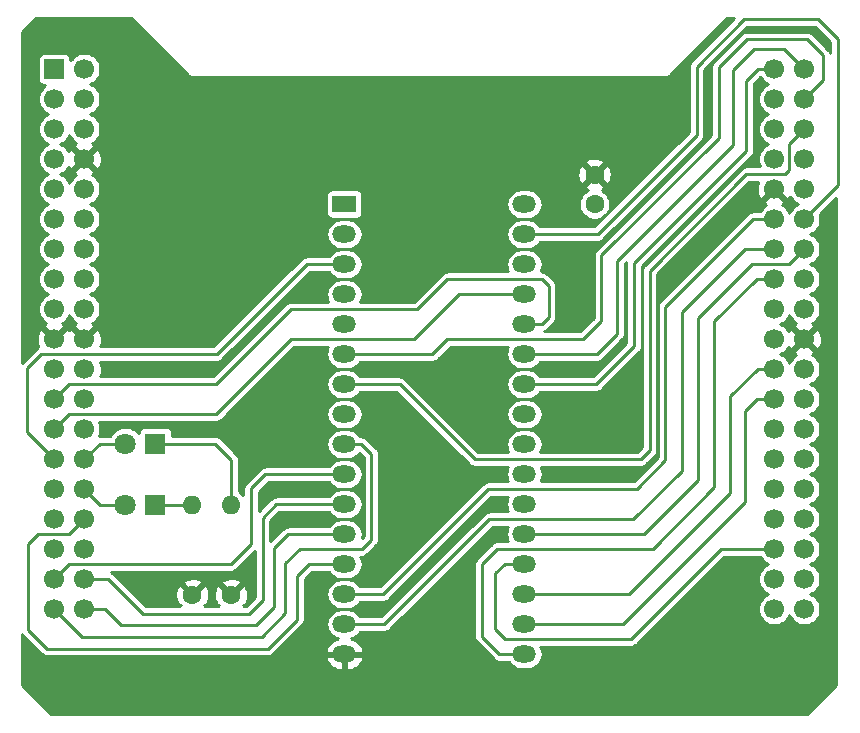
<source format=gbl>
G04 #@! TF.GenerationSoftware,KiCad,Pcbnew,5.1.4+dfsg1-2*
G04 #@! TF.CreationDate,2019-11-28T13:24:12+01:00*
G04 #@! TF.ProjectId,gordon,676f7264-6f6e-42e6-9b69-6361645f7063,rev?*
G04 #@! TF.SameCoordinates,Original*
G04 #@! TF.FileFunction,Copper,L2,Bot*
G04 #@! TF.FilePolarity,Positive*
%FSLAX46Y46*%
G04 Gerber Fmt 4.6, Leading zero omitted, Abs format (unit mm)*
G04 Created by KiCad (PCBNEW 5.1.4+dfsg1-2) date 2019-11-28 13:24:12*
%MOMM*%
%LPD*%
G04 APERTURE LIST*
%ADD10O,2.000000X1.440000*%
%ADD11R,2.000000X1.440000*%
%ADD12R,1.700000X1.700000*%
%ADD13C,1.700000*%
%ADD14O,1.600000X1.600000*%
%ADD15C,1.600000*%
%ADD16C,1.800000*%
%ADD17R,1.800000X1.800000*%
%ADD18C,0.250000*%
%ADD19C,0.254000*%
G04 APERTURE END LIST*
D10*
X125340000Y-114375000D03*
X110100000Y-114375000D03*
X125340000Y-111835000D03*
X110100000Y-111835000D03*
X125340000Y-109295000D03*
X110100000Y-109295000D03*
X125340000Y-106755000D03*
X110100000Y-106755000D03*
X125340000Y-104215000D03*
X110100000Y-104215000D03*
X125340000Y-101675000D03*
X110100000Y-101675000D03*
X125340000Y-99135000D03*
X110100000Y-99135000D03*
X125340000Y-96595000D03*
X110100000Y-96595000D03*
X125340000Y-94055000D03*
X110100000Y-94055000D03*
X125340000Y-91515000D03*
X110100000Y-91515000D03*
X125340000Y-88975000D03*
X110100000Y-88975000D03*
X125340000Y-86435000D03*
X110100000Y-86435000D03*
X125340000Y-83895000D03*
X110100000Y-83895000D03*
X125340000Y-81355000D03*
X110100000Y-81355000D03*
X125340000Y-78815000D03*
X110100000Y-78815000D03*
X125340000Y-76275000D03*
D11*
X110100000Y-76275000D03*
D12*
X85525000Y-64840000D03*
D13*
X88065000Y-64840000D03*
X85525000Y-67380000D03*
X88065000Y-67380000D03*
X85525000Y-69920000D03*
X88065000Y-69920000D03*
X85525000Y-72460000D03*
X88065000Y-72460000D03*
X85525000Y-75000000D03*
X88065000Y-75000000D03*
X85525000Y-77540000D03*
X88065000Y-77540000D03*
X85525000Y-80080000D03*
X88065000Y-80080000D03*
X85525000Y-82620000D03*
X88065000Y-82620000D03*
X85525000Y-85160000D03*
X88065000Y-85160000D03*
X85525000Y-87700000D03*
X88065000Y-87700000D03*
X85525000Y-90240000D03*
X88065000Y-90240000D03*
X85525000Y-92780000D03*
X88065000Y-92780000D03*
X85525000Y-95320000D03*
X88065000Y-95320000D03*
X85525000Y-97860000D03*
X88065000Y-97860000D03*
X85525000Y-100400000D03*
X88065000Y-100400000D03*
X85525000Y-102940000D03*
X88065000Y-102940000D03*
X85525000Y-105480000D03*
X88065000Y-105480000D03*
X85525000Y-108020000D03*
X88065000Y-108020000D03*
X85525000Y-110560000D03*
X88065000Y-110560000D03*
X146485000Y-64840000D03*
X149025000Y-64840000D03*
X146485000Y-67380000D03*
X149025000Y-67380000D03*
X146485000Y-69920000D03*
X149025000Y-69920000D03*
X146485000Y-72460000D03*
X149025000Y-72460000D03*
X146485000Y-75000000D03*
X149025000Y-75000000D03*
X146485000Y-77540000D03*
X149025000Y-77540000D03*
X146485000Y-80080000D03*
X149025000Y-80080000D03*
X146485000Y-82620000D03*
X149025000Y-82620000D03*
X146485000Y-85160000D03*
X149025000Y-85160000D03*
X146485000Y-87700000D03*
X149025000Y-87700000D03*
X146485000Y-90240000D03*
X149025000Y-90240000D03*
X146485000Y-92780000D03*
X149025000Y-92780000D03*
X146485000Y-95320000D03*
X149025000Y-95320000D03*
X146485000Y-97860000D03*
X149025000Y-97860000D03*
X146485000Y-100400000D03*
X149025000Y-100400000D03*
X146485000Y-102940000D03*
X149025000Y-102940000D03*
X146485000Y-105480000D03*
X149025000Y-105480000D03*
X146485000Y-108020000D03*
X149025000Y-108020000D03*
X146485000Y-110560000D03*
X149025000Y-110560000D03*
D14*
X97225000Y-101755000D03*
D15*
X97225000Y-109375000D03*
D14*
X100500000Y-101755000D03*
D15*
X100500000Y-109375000D03*
D16*
X91560000Y-101775000D03*
D17*
X94100000Y-101775000D03*
D16*
X91560000Y-96550000D03*
D17*
X94100000Y-96550000D03*
D15*
X131275000Y-73775000D03*
X131275000Y-76275000D03*
D18*
X89375000Y-96550000D02*
X91560000Y-96550000D01*
X88065000Y-97860000D02*
X89375000Y-96550000D01*
X100500000Y-97900000D02*
X100500000Y-101755000D01*
X94100000Y-96550000D02*
X99150000Y-96550000D01*
X99150000Y-96550000D02*
X100500000Y-97900000D01*
X89440000Y-101775000D02*
X88065000Y-100400000D01*
X91560000Y-101775000D02*
X89440000Y-101775000D01*
X97205000Y-101775000D02*
X97225000Y-101755000D01*
X94100000Y-101775000D02*
X97205000Y-101775000D01*
X125340000Y-106755000D02*
X123670000Y-106755000D01*
X122875000Y-107550000D02*
X122875000Y-112275000D01*
X141995000Y-105480000D02*
X146485000Y-105480000D01*
X134375000Y-113100000D02*
X141995000Y-105480000D01*
X122875000Y-112275000D02*
X123700000Y-113100000D01*
X123670000Y-106755000D02*
X122875000Y-107550000D01*
X123700000Y-113100000D02*
X134375000Y-113100000D01*
X144025000Y-101475000D02*
X144025000Y-93825000D01*
X145070000Y-92780000D02*
X146485000Y-92780000D01*
X144025000Y-93825000D02*
X145070000Y-92780000D01*
X125340000Y-111835000D02*
X133665000Y-111835000D01*
X133665000Y-111835000D02*
X144025000Y-101475000D01*
X145085000Y-90240000D02*
X146485000Y-90240000D01*
X125340000Y-109295000D02*
X134205000Y-109295000D01*
X142775000Y-92550000D02*
X145085000Y-90240000D01*
X142775000Y-100725000D02*
X142775000Y-92550000D01*
X134205000Y-109295000D02*
X142775000Y-100725000D01*
X141425000Y-86200000D02*
X145005000Y-82620000D01*
X141425000Y-100225000D02*
X141425000Y-86200000D01*
X136200000Y-105450000D02*
X141425000Y-100225000D01*
X123225000Y-114375000D02*
X121750000Y-112900000D01*
X125340000Y-114375000D02*
X123225000Y-114375000D01*
X145005000Y-82620000D02*
X146485000Y-82620000D01*
X121750000Y-112900000D02*
X121750000Y-106750000D01*
X121750000Y-106750000D02*
X123050000Y-105450000D01*
X123050000Y-105450000D02*
X136200000Y-105450000D01*
X125340000Y-103800000D02*
X125060000Y-103800000D01*
X147755000Y-81350000D02*
X149025000Y-80080000D01*
X135485000Y-104215000D02*
X140050000Y-99650000D01*
X140050000Y-99650000D02*
X140050000Y-85900000D01*
X125340000Y-104215000D02*
X135485000Y-104215000D01*
X144600000Y-81350000D02*
X147755000Y-81350000D01*
X140050000Y-85900000D02*
X144600000Y-81350000D01*
X122375000Y-102950000D02*
X113490000Y-111835000D01*
X143995000Y-80080000D02*
X138650000Y-85425000D01*
X113490000Y-111835000D02*
X110100000Y-111835000D01*
X146485000Y-80080000D02*
X143995000Y-80080000D01*
X138650000Y-85425000D02*
X138650000Y-98850000D01*
X134550000Y-102950000D02*
X122375000Y-102950000D01*
X138650000Y-98850000D02*
X134550000Y-102950000D01*
X144675000Y-77550000D02*
X146475000Y-77550000D01*
X137275000Y-84950000D02*
X144675000Y-77550000D01*
X146475000Y-77550000D02*
X146485000Y-77540000D01*
X134850000Y-100400000D02*
X137275000Y-97975000D01*
X113380000Y-109295000D02*
X122275000Y-100400000D01*
X110100000Y-109295000D02*
X113380000Y-109295000D01*
X122275000Y-100400000D02*
X134850000Y-100400000D01*
X137275000Y-97975000D02*
X137275000Y-84950000D01*
X147750000Y-73375000D02*
X147750000Y-71195000D01*
X147400000Y-73725000D02*
X147750000Y-73375000D01*
X144125000Y-73725000D02*
X147400000Y-73725000D01*
X135950000Y-81900000D02*
X144125000Y-73725000D01*
X148175001Y-70769999D02*
X149025000Y-69920000D01*
X110100000Y-91515000D02*
X114765000Y-91515000D01*
X135175000Y-97875000D02*
X135950000Y-97100000D01*
X147750000Y-71195000D02*
X148175001Y-70769999D01*
X114765000Y-91515000D02*
X121125000Y-97875000D01*
X121125000Y-97875000D02*
X135175000Y-97875000D01*
X135950000Y-97100000D02*
X135950000Y-81900000D01*
X141800000Y-70675000D02*
X131850000Y-80625000D01*
X149275000Y-62325000D02*
X144150000Y-62325000D01*
X150625000Y-63675000D02*
X149275000Y-62325000D01*
X149025000Y-67380000D02*
X150625000Y-65780000D01*
X150625000Y-65780000D02*
X150625000Y-63675000D01*
X130300000Y-87700000D02*
X118825000Y-87700000D01*
X144150000Y-62325000D02*
X141800000Y-64675000D01*
X141800000Y-64675000D02*
X141800000Y-70675000D01*
X131850000Y-80625000D02*
X131850000Y-86150000D01*
X131850000Y-86150000D02*
X130300000Y-87700000D01*
X117550000Y-88975000D02*
X110100000Y-88975000D01*
X118825000Y-87700000D02*
X117550000Y-88975000D01*
X131475000Y-88975000D02*
X125340000Y-88975000D01*
X133200000Y-87250000D02*
X131475000Y-88975000D01*
X133200000Y-81050000D02*
X133200000Y-87250000D01*
X149025000Y-64840000D02*
X147310000Y-63125000D01*
X144800000Y-63125000D02*
X143000000Y-64925000D01*
X143000000Y-64925000D02*
X143000000Y-71250000D01*
X147310000Y-63125000D02*
X144800000Y-63125000D01*
X143000000Y-71250000D02*
X133200000Y-81050000D01*
X144100000Y-65825000D02*
X145085000Y-64840000D01*
X131435000Y-91515000D02*
X134625000Y-88325000D01*
X144100000Y-71800000D02*
X144100000Y-65825000D01*
X125340000Y-91515000D02*
X131435000Y-91515000D01*
X145085000Y-64840000D02*
X146485000Y-64840000D01*
X134625000Y-81275000D02*
X144100000Y-71800000D01*
X134625000Y-88325000D02*
X134625000Y-81275000D01*
X104125000Y-105425000D02*
X105335000Y-104215000D01*
X89860000Y-110560000D02*
X91225000Y-111925000D01*
X105335000Y-104215000D02*
X110100000Y-104215000D01*
X88065000Y-110560000D02*
X89860000Y-110560000D01*
X104125000Y-110400000D02*
X104125000Y-105425000D01*
X91225000Y-111925000D02*
X102600000Y-111925000D01*
X102600000Y-111925000D02*
X104125000Y-110400000D01*
X112375000Y-97425000D02*
X111545000Y-96595000D01*
X112375000Y-104675000D02*
X112375000Y-97425000D01*
X111575000Y-105475000D02*
X112375000Y-104675000D01*
X106325000Y-105475000D02*
X111575000Y-105475000D01*
X87890000Y-112925000D02*
X103100000Y-112925000D01*
X111545000Y-96595000D02*
X110100000Y-96595000D01*
X103100000Y-112925000D02*
X105100000Y-110925000D01*
X105100000Y-110925000D02*
X105100000Y-106700000D01*
X85525000Y-110560000D02*
X87890000Y-112925000D01*
X105100000Y-106700000D02*
X106325000Y-105475000D01*
X109878590Y-101675000D02*
X109913600Y-101710010D01*
X103175000Y-102825000D02*
X104325000Y-101675000D01*
X90095000Y-108020000D02*
X93050000Y-110975000D01*
X88065000Y-108020000D02*
X90095000Y-108020000D01*
X109913600Y-101710010D02*
X110100000Y-101710010D01*
X104325000Y-101675000D02*
X109878590Y-101675000D01*
X93050000Y-110975000D02*
X102000000Y-110975000D01*
X102000000Y-110975000D02*
X103175000Y-109800000D01*
X103175000Y-109800000D02*
X103175000Y-102825000D01*
X109913600Y-99170010D02*
X110100000Y-99170010D01*
X109878590Y-99135000D02*
X109913600Y-99170010D01*
X103415000Y-99135000D02*
X109878590Y-99135000D01*
X86795000Y-106750000D02*
X100500000Y-106750000D01*
X100500000Y-106750000D02*
X102200000Y-105050000D01*
X85525000Y-108020000D02*
X86795000Y-106750000D01*
X102200000Y-105050000D02*
X102200000Y-100350000D01*
X102200000Y-100350000D02*
X103415000Y-99135000D01*
X107070000Y-106755000D02*
X110100000Y-106755000D01*
X106075000Y-107750000D02*
X107070000Y-106755000D01*
X106075000Y-111450000D02*
X106075000Y-107750000D01*
X86780000Y-104225000D02*
X84175000Y-104225000D01*
X84925000Y-113925000D02*
X103600000Y-113925000D01*
X83350000Y-105050000D02*
X83350000Y-112350000D01*
X88065000Y-102940000D02*
X86780000Y-104225000D01*
X103600000Y-113925000D02*
X106075000Y-111450000D01*
X84175000Y-104225000D02*
X83350000Y-105050000D01*
X83350000Y-112350000D02*
X84925000Y-113925000D01*
X151899990Y-74665010D02*
X149025000Y-77540000D01*
X150225000Y-60600000D02*
X151899990Y-62274990D01*
X131535000Y-78815000D02*
X139925000Y-70425000D01*
X151899990Y-62274990D02*
X151899990Y-74665010D01*
X125340000Y-78815000D02*
X131535000Y-78815000D01*
X139925000Y-70425000D02*
X139925000Y-64625000D01*
X139925000Y-64625000D02*
X143950000Y-60600000D01*
X143950000Y-60600000D02*
X150225000Y-60600000D01*
X106895000Y-81355000D02*
X110100000Y-81355000D01*
X85525000Y-97860000D02*
X83250000Y-95585000D01*
X99275000Y-88975000D02*
X106895000Y-81355000D01*
X83250000Y-90175000D02*
X84450000Y-88975000D01*
X83250000Y-95585000D02*
X83250000Y-90175000D01*
X84450000Y-88975000D02*
X99275000Y-88975000D01*
X86770000Y-94075000D02*
X99225000Y-94075000D01*
X85525000Y-95320000D02*
X86770000Y-94075000D01*
X105600000Y-87700000D02*
X116012500Y-87700000D01*
X99225000Y-94075000D02*
X105600000Y-87700000D01*
X119817500Y-83895000D02*
X125340000Y-83895000D01*
X116012500Y-87700000D02*
X119817500Y-83895000D01*
X126790000Y-86435000D02*
X125340000Y-86435000D01*
X127400000Y-85825000D02*
X126790000Y-86435000D01*
X126800000Y-82625000D02*
X127400000Y-83225000D01*
X118825000Y-82625000D02*
X126800000Y-82625000D01*
X85525000Y-92780000D02*
X86805000Y-91500000D01*
X86805000Y-91500000D02*
X99250000Y-91500000D01*
X99250000Y-91500000D02*
X105575000Y-85175000D01*
X127400000Y-83225000D02*
X127400000Y-85825000D01*
X116275000Y-85175000D02*
X118825000Y-82625000D01*
X105575000Y-85175000D02*
X116275000Y-85175000D01*
D19*
G36*
X145415414Y-65717787D02*
G01*
X145607213Y-65909586D01*
X145832746Y-66060282D01*
X145952776Y-66110000D01*
X145832746Y-66159718D01*
X145607213Y-66310414D01*
X145415414Y-66502213D01*
X145264718Y-66727746D01*
X145160917Y-66978344D01*
X145108000Y-67244377D01*
X145108000Y-67515623D01*
X145160917Y-67781656D01*
X145264718Y-68032254D01*
X145415414Y-68257787D01*
X145607213Y-68449586D01*
X145832746Y-68600282D01*
X145952776Y-68650000D01*
X145832746Y-68699718D01*
X145607213Y-68850414D01*
X145415414Y-69042213D01*
X145264718Y-69267746D01*
X145160917Y-69518344D01*
X145108000Y-69784377D01*
X145108000Y-70055623D01*
X145160917Y-70321656D01*
X145264718Y-70572254D01*
X145415414Y-70797787D01*
X145607213Y-70989586D01*
X145832746Y-71140282D01*
X145952776Y-71190000D01*
X145832746Y-71239718D01*
X145607213Y-71390414D01*
X145415414Y-71582213D01*
X145264718Y-71807746D01*
X145160917Y-72058344D01*
X145108000Y-72324377D01*
X145108000Y-72595623D01*
X145160917Y-72861656D01*
X145248458Y-73073000D01*
X144157022Y-73073000D01*
X144125000Y-73069846D01*
X143997185Y-73082435D01*
X143959895Y-73093747D01*
X143874283Y-73119717D01*
X143761016Y-73180259D01*
X143661736Y-73261736D01*
X143641320Y-73286613D01*
X135511614Y-81416320D01*
X135486737Y-81436736D01*
X135405260Y-81536016D01*
X135373872Y-81594740D01*
X135344717Y-81649284D01*
X135307435Y-81772186D01*
X135294846Y-81900000D01*
X135298001Y-81932032D01*
X135298000Y-96829933D01*
X134904934Y-97223000D01*
X126698285Y-97223000D01*
X126777652Y-97074515D01*
X126848956Y-96839455D01*
X126873033Y-96595000D01*
X126848956Y-96350545D01*
X126777652Y-96115485D01*
X126661859Y-95898852D01*
X126506028Y-95708972D01*
X126316148Y-95553141D01*
X126099515Y-95437348D01*
X125864455Y-95366044D01*
X125681253Y-95348000D01*
X124998747Y-95348000D01*
X124815545Y-95366044D01*
X124580485Y-95437348D01*
X124363852Y-95553141D01*
X124173972Y-95708972D01*
X124018141Y-95898852D01*
X123902348Y-96115485D01*
X123831044Y-96350545D01*
X123806967Y-96595000D01*
X123831044Y-96839455D01*
X123902348Y-97074515D01*
X123981715Y-97223000D01*
X121395067Y-97223000D01*
X118227067Y-94055000D01*
X123806967Y-94055000D01*
X123831044Y-94299455D01*
X123902348Y-94534515D01*
X124018141Y-94751148D01*
X124173972Y-94941028D01*
X124363852Y-95096859D01*
X124580485Y-95212652D01*
X124815545Y-95283956D01*
X124998747Y-95302000D01*
X125681253Y-95302000D01*
X125864455Y-95283956D01*
X126099515Y-95212652D01*
X126316148Y-95096859D01*
X126506028Y-94941028D01*
X126661859Y-94751148D01*
X126777652Y-94534515D01*
X126848956Y-94299455D01*
X126873033Y-94055000D01*
X126848956Y-93810545D01*
X126777652Y-93575485D01*
X126661859Y-93358852D01*
X126506028Y-93168972D01*
X126316148Y-93013141D01*
X126099515Y-92897348D01*
X125864455Y-92826044D01*
X125681253Y-92808000D01*
X124998747Y-92808000D01*
X124815545Y-92826044D01*
X124580485Y-92897348D01*
X124363852Y-93013141D01*
X124173972Y-93168972D01*
X124018141Y-93358852D01*
X123902348Y-93575485D01*
X123831044Y-93810545D01*
X123806967Y-94055000D01*
X118227067Y-94055000D01*
X115248685Y-91076619D01*
X115228264Y-91051736D01*
X115128984Y-90970259D01*
X115015717Y-90909717D01*
X114892814Y-90872435D01*
X114797022Y-90863000D01*
X114765000Y-90859846D01*
X114732978Y-90863000D01*
X111445457Y-90863000D01*
X111421859Y-90818852D01*
X111266028Y-90628972D01*
X111076148Y-90473141D01*
X110859515Y-90357348D01*
X110624455Y-90286044D01*
X110441253Y-90268000D01*
X109758747Y-90268000D01*
X109575545Y-90286044D01*
X109340485Y-90357348D01*
X109123852Y-90473141D01*
X108933972Y-90628972D01*
X108778141Y-90818852D01*
X108662348Y-91035485D01*
X108591044Y-91270545D01*
X108566967Y-91515000D01*
X108591044Y-91759455D01*
X108662348Y-91994515D01*
X108778141Y-92211148D01*
X108933972Y-92401028D01*
X109123852Y-92556859D01*
X109340485Y-92672652D01*
X109575545Y-92743956D01*
X109758747Y-92762000D01*
X110441253Y-92762000D01*
X110624455Y-92743956D01*
X110859515Y-92672652D01*
X111076148Y-92556859D01*
X111266028Y-92401028D01*
X111421859Y-92211148D01*
X111445457Y-92167000D01*
X114494934Y-92167000D01*
X120641320Y-98313387D01*
X120661736Y-98338264D01*
X120761016Y-98419741D01*
X120846220Y-98465283D01*
X120874283Y-98480283D01*
X120997185Y-98517565D01*
X121124999Y-98530154D01*
X121157021Y-98527000D01*
X123971025Y-98527000D01*
X123902348Y-98655485D01*
X123831044Y-98890545D01*
X123806967Y-99135000D01*
X123831044Y-99379455D01*
X123902348Y-99614515D01*
X123973697Y-99748000D01*
X122307022Y-99748000D01*
X122275000Y-99744846D01*
X122147185Y-99757435D01*
X122088316Y-99775293D01*
X122024283Y-99794717D01*
X121911016Y-99855259D01*
X121811736Y-99936736D01*
X121791320Y-99961613D01*
X113109934Y-108643000D01*
X111445457Y-108643000D01*
X111421859Y-108598852D01*
X111266028Y-108408972D01*
X111076148Y-108253141D01*
X110859515Y-108137348D01*
X110624455Y-108066044D01*
X110441253Y-108048000D01*
X109758747Y-108048000D01*
X109575545Y-108066044D01*
X109340485Y-108137348D01*
X109123852Y-108253141D01*
X108933972Y-108408972D01*
X108778141Y-108598852D01*
X108662348Y-108815485D01*
X108591044Y-109050545D01*
X108566967Y-109295000D01*
X108591044Y-109539455D01*
X108662348Y-109774515D01*
X108778141Y-109991148D01*
X108933972Y-110181028D01*
X109123852Y-110336859D01*
X109340485Y-110452652D01*
X109575545Y-110523956D01*
X109758747Y-110542000D01*
X110441253Y-110542000D01*
X110624455Y-110523956D01*
X110859515Y-110452652D01*
X111076148Y-110336859D01*
X111266028Y-110181028D01*
X111421859Y-109991148D01*
X111445457Y-109947000D01*
X113347978Y-109947000D01*
X113380000Y-109950154D01*
X113412022Y-109947000D01*
X113507814Y-109937565D01*
X113630717Y-109900283D01*
X113743984Y-109839741D01*
X113843264Y-109758264D01*
X113863685Y-109733381D01*
X122545067Y-101052000D01*
X123979042Y-101052000D01*
X123902348Y-101195485D01*
X123831044Y-101430545D01*
X123806967Y-101675000D01*
X123831044Y-101919455D01*
X123902348Y-102154515D01*
X123979042Y-102298000D01*
X122407022Y-102298000D01*
X122375000Y-102294846D01*
X122247185Y-102307435D01*
X122206618Y-102319741D01*
X122124283Y-102344717D01*
X122011016Y-102405259D01*
X121911736Y-102486736D01*
X121891320Y-102511613D01*
X113219934Y-111183000D01*
X111445457Y-111183000D01*
X111421859Y-111138852D01*
X111266028Y-110948972D01*
X111076148Y-110793141D01*
X110859515Y-110677348D01*
X110624455Y-110606044D01*
X110441253Y-110588000D01*
X109758747Y-110588000D01*
X109575545Y-110606044D01*
X109340485Y-110677348D01*
X109123852Y-110793141D01*
X108933972Y-110948972D01*
X108778141Y-111138852D01*
X108662348Y-111355485D01*
X108591044Y-111590545D01*
X108566967Y-111835000D01*
X108591044Y-112079455D01*
X108662348Y-112314515D01*
X108778141Y-112531148D01*
X108933972Y-112721028D01*
X109123852Y-112876859D01*
X109340485Y-112992652D01*
X109532982Y-113051045D01*
X109431093Y-113070812D01*
X109184131Y-113171744D01*
X108961605Y-113318916D01*
X108772067Y-113506673D01*
X108622801Y-113727799D01*
X108519542Y-113973797D01*
X108507441Y-114038528D01*
X108630511Y-114248000D01*
X109973000Y-114248000D01*
X109973000Y-114228000D01*
X110227000Y-114228000D01*
X110227000Y-114248000D01*
X111569489Y-114248000D01*
X111692559Y-114038528D01*
X111680458Y-113973797D01*
X111577199Y-113727799D01*
X111427933Y-113506673D01*
X111238395Y-113318916D01*
X111015869Y-113171744D01*
X110768907Y-113070812D01*
X110667018Y-113051045D01*
X110859515Y-112992652D01*
X111076148Y-112876859D01*
X111266028Y-112721028D01*
X111421859Y-112531148D01*
X111445457Y-112487000D01*
X113457978Y-112487000D01*
X113490000Y-112490154D01*
X113522022Y-112487000D01*
X113617814Y-112477565D01*
X113740717Y-112440283D01*
X113853984Y-112379741D01*
X113953264Y-112298264D01*
X113973685Y-112273381D01*
X122645067Y-103602000D01*
X123973697Y-103602000D01*
X123902348Y-103735485D01*
X123831044Y-103970545D01*
X123806967Y-104215000D01*
X123831044Y-104459455D01*
X123902348Y-104694515D01*
X123957662Y-104798000D01*
X123082022Y-104798000D01*
X123050000Y-104794846D01*
X122922185Y-104807435D01*
X122870875Y-104823000D01*
X122799283Y-104844717D01*
X122686016Y-104905259D01*
X122586736Y-104986736D01*
X122566320Y-105011613D01*
X121311614Y-106266320D01*
X121286737Y-106286736D01*
X121205260Y-106386016D01*
X121202587Y-106391017D01*
X121144717Y-106499284D01*
X121107435Y-106622186D01*
X121094846Y-106750000D01*
X121098001Y-106782032D01*
X121098000Y-112867978D01*
X121094846Y-112900000D01*
X121107435Y-113027814D01*
X121137826Y-113128000D01*
X121144717Y-113150716D01*
X121205259Y-113263983D01*
X121286736Y-113363264D01*
X121311619Y-113383685D01*
X122741320Y-114813387D01*
X122761736Y-114838264D01*
X122861016Y-114919741D01*
X122974283Y-114980283D01*
X123097185Y-115017565D01*
X123224999Y-115030154D01*
X123257021Y-115027000D01*
X123994543Y-115027000D01*
X124018141Y-115071148D01*
X124173972Y-115261028D01*
X124363852Y-115416859D01*
X124580485Y-115532652D01*
X124815545Y-115603956D01*
X124998747Y-115622000D01*
X125681253Y-115622000D01*
X125864455Y-115603956D01*
X126099515Y-115532652D01*
X126316148Y-115416859D01*
X126506028Y-115261028D01*
X126661859Y-115071148D01*
X126777652Y-114854515D01*
X126848956Y-114619455D01*
X126873033Y-114375000D01*
X126848956Y-114130545D01*
X126777652Y-113895485D01*
X126700958Y-113752000D01*
X134342978Y-113752000D01*
X134375000Y-113755154D01*
X134407022Y-113752000D01*
X134502814Y-113742565D01*
X134625717Y-113705283D01*
X134738984Y-113644741D01*
X134838264Y-113563264D01*
X134858685Y-113538381D01*
X142265067Y-106132000D01*
X145264613Y-106132000D01*
X145264718Y-106132254D01*
X145415414Y-106357787D01*
X145607213Y-106549586D01*
X145832746Y-106700282D01*
X145952776Y-106750000D01*
X145832746Y-106799718D01*
X145607213Y-106950414D01*
X145415414Y-107142213D01*
X145264718Y-107367746D01*
X145160917Y-107618344D01*
X145108000Y-107884377D01*
X145108000Y-108155623D01*
X145160917Y-108421656D01*
X145264718Y-108672254D01*
X145415414Y-108897787D01*
X145607213Y-109089586D01*
X145832746Y-109240282D01*
X145952776Y-109290000D01*
X145832746Y-109339718D01*
X145607213Y-109490414D01*
X145415414Y-109682213D01*
X145264718Y-109907746D01*
X145160917Y-110158344D01*
X145108000Y-110424377D01*
X145108000Y-110695623D01*
X145160917Y-110961656D01*
X145264718Y-111212254D01*
X145415414Y-111437787D01*
X145607213Y-111629586D01*
X145832746Y-111780282D01*
X146083344Y-111884083D01*
X146349377Y-111937000D01*
X146620623Y-111937000D01*
X146886656Y-111884083D01*
X147137254Y-111780282D01*
X147362787Y-111629586D01*
X147554586Y-111437787D01*
X147705282Y-111212254D01*
X147755000Y-111092224D01*
X147804718Y-111212254D01*
X147955414Y-111437787D01*
X148147213Y-111629586D01*
X148372746Y-111780282D01*
X148623344Y-111884083D01*
X148889377Y-111937000D01*
X149160623Y-111937000D01*
X149426656Y-111884083D01*
X149677254Y-111780282D01*
X149902787Y-111629586D01*
X150094586Y-111437787D01*
X150245282Y-111212254D01*
X150349083Y-110961656D01*
X150402000Y-110695623D01*
X150402000Y-110424377D01*
X150349083Y-110158344D01*
X150245282Y-109907746D01*
X150094586Y-109682213D01*
X149902787Y-109490414D01*
X149677254Y-109339718D01*
X149557224Y-109290000D01*
X149677254Y-109240282D01*
X149902787Y-109089586D01*
X150094586Y-108897787D01*
X150245282Y-108672254D01*
X150349083Y-108421656D01*
X150402000Y-108155623D01*
X150402000Y-107884377D01*
X150349083Y-107618344D01*
X150245282Y-107367746D01*
X150094586Y-107142213D01*
X149902787Y-106950414D01*
X149677254Y-106799718D01*
X149557224Y-106750000D01*
X149677254Y-106700282D01*
X149902787Y-106549586D01*
X150094586Y-106357787D01*
X150245282Y-106132254D01*
X150349083Y-105881656D01*
X150402000Y-105615623D01*
X150402000Y-105344377D01*
X150349083Y-105078344D01*
X150245282Y-104827746D01*
X150094586Y-104602213D01*
X149902787Y-104410414D01*
X149677254Y-104259718D01*
X149557224Y-104210000D01*
X149677254Y-104160282D01*
X149902787Y-104009586D01*
X150094586Y-103817787D01*
X150245282Y-103592254D01*
X150349083Y-103341656D01*
X150402000Y-103075623D01*
X150402000Y-102804377D01*
X150349083Y-102538344D01*
X150245282Y-102287746D01*
X150094586Y-102062213D01*
X149902787Y-101870414D01*
X149677254Y-101719718D01*
X149557224Y-101670000D01*
X149677254Y-101620282D01*
X149902787Y-101469586D01*
X150094586Y-101277787D01*
X150245282Y-101052254D01*
X150349083Y-100801656D01*
X150402000Y-100535623D01*
X150402000Y-100264377D01*
X150349083Y-99998344D01*
X150245282Y-99747746D01*
X150094586Y-99522213D01*
X149902787Y-99330414D01*
X149677254Y-99179718D01*
X149557224Y-99130000D01*
X149677254Y-99080282D01*
X149902787Y-98929586D01*
X150094586Y-98737787D01*
X150245282Y-98512254D01*
X150349083Y-98261656D01*
X150402000Y-97995623D01*
X150402000Y-97724377D01*
X150349083Y-97458344D01*
X150245282Y-97207746D01*
X150094586Y-96982213D01*
X149902787Y-96790414D01*
X149677254Y-96639718D01*
X149557224Y-96590000D01*
X149677254Y-96540282D01*
X149902787Y-96389586D01*
X150094586Y-96197787D01*
X150245282Y-95972254D01*
X150349083Y-95721656D01*
X150402000Y-95455623D01*
X150402000Y-95184377D01*
X150349083Y-94918344D01*
X150245282Y-94667746D01*
X150094586Y-94442213D01*
X149902787Y-94250414D01*
X149677254Y-94099718D01*
X149557224Y-94050000D01*
X149677254Y-94000282D01*
X149902787Y-93849586D01*
X150094586Y-93657787D01*
X150245282Y-93432254D01*
X150349083Y-93181656D01*
X150402000Y-92915623D01*
X150402000Y-92644377D01*
X150349083Y-92378344D01*
X150245282Y-92127746D01*
X150094586Y-91902213D01*
X149902787Y-91710414D01*
X149677254Y-91559718D01*
X149557224Y-91510000D01*
X149677254Y-91460282D01*
X149902787Y-91309586D01*
X150094586Y-91117787D01*
X150245282Y-90892254D01*
X150349083Y-90641656D01*
X150402000Y-90375623D01*
X150402000Y-90104377D01*
X150349083Y-89838344D01*
X150245282Y-89587746D01*
X150094586Y-89362213D01*
X149902787Y-89170414D01*
X149694972Y-89031557D01*
X149796157Y-88977472D01*
X149873792Y-88728397D01*
X149025000Y-87879605D01*
X148176208Y-88728397D01*
X148253843Y-88977472D01*
X148360127Y-89028150D01*
X148147213Y-89170414D01*
X147955414Y-89362213D01*
X147804718Y-89587746D01*
X147755000Y-89707776D01*
X147705282Y-89587746D01*
X147554586Y-89362213D01*
X147362787Y-89170414D01*
X147137254Y-89019718D01*
X147017224Y-88970000D01*
X147137254Y-88920282D01*
X147362787Y-88769586D01*
X147554586Y-88577787D01*
X147693443Y-88369972D01*
X147747528Y-88471157D01*
X147996603Y-88548792D01*
X148845395Y-87700000D01*
X149204605Y-87700000D01*
X150053397Y-88548792D01*
X150302472Y-88471157D01*
X150428371Y-88207117D01*
X150500339Y-87923589D01*
X150515611Y-87631469D01*
X150473599Y-87341981D01*
X150375919Y-87066253D01*
X150302472Y-86928843D01*
X150053397Y-86851208D01*
X149204605Y-87700000D01*
X148845395Y-87700000D01*
X147996603Y-86851208D01*
X147747528Y-86928843D01*
X147696850Y-87035127D01*
X147554586Y-86822213D01*
X147362787Y-86630414D01*
X147137254Y-86479718D01*
X147017224Y-86430000D01*
X147137254Y-86380282D01*
X147362787Y-86229586D01*
X147554586Y-86037787D01*
X147705282Y-85812254D01*
X147755000Y-85692224D01*
X147804718Y-85812254D01*
X147955414Y-86037787D01*
X148147213Y-86229586D01*
X148355028Y-86368443D01*
X148253843Y-86422528D01*
X148176208Y-86671603D01*
X149025000Y-87520395D01*
X149873792Y-86671603D01*
X149796157Y-86422528D01*
X149689873Y-86371850D01*
X149902787Y-86229586D01*
X150094586Y-86037787D01*
X150245282Y-85812254D01*
X150349083Y-85561656D01*
X150402000Y-85295623D01*
X150402000Y-85024377D01*
X150349083Y-84758344D01*
X150245282Y-84507746D01*
X150094586Y-84282213D01*
X149902787Y-84090414D01*
X149677254Y-83939718D01*
X149557224Y-83890000D01*
X149677254Y-83840282D01*
X149902787Y-83689586D01*
X150094586Y-83497787D01*
X150245282Y-83272254D01*
X150349083Y-83021656D01*
X150402000Y-82755623D01*
X150402000Y-82484377D01*
X150349083Y-82218344D01*
X150245282Y-81967746D01*
X150094586Y-81742213D01*
X149902787Y-81550414D01*
X149677254Y-81399718D01*
X149557224Y-81350000D01*
X149677254Y-81300282D01*
X149902787Y-81149586D01*
X150094586Y-80957787D01*
X150245282Y-80732254D01*
X150349083Y-80481656D01*
X150402000Y-80215623D01*
X150402000Y-79944377D01*
X150349083Y-79678344D01*
X150245282Y-79427746D01*
X150094586Y-79202213D01*
X149902787Y-79010414D01*
X149677254Y-78859718D01*
X149557224Y-78810000D01*
X149677254Y-78760282D01*
X149902787Y-78609586D01*
X150094586Y-78417787D01*
X150245282Y-78192254D01*
X150349083Y-77941656D01*
X150402000Y-77675623D01*
X150402000Y-77404377D01*
X150349083Y-77138344D01*
X150348977Y-77138089D01*
X151698000Y-75789067D01*
X151698001Y-117021353D01*
X149271356Y-119448000D01*
X85228646Y-119448000D01*
X82802000Y-117021356D01*
X82802000Y-114711472D01*
X108507441Y-114711472D01*
X108519542Y-114776203D01*
X108622801Y-115022201D01*
X108772067Y-115243327D01*
X108961605Y-115431084D01*
X109184131Y-115578256D01*
X109431093Y-115679188D01*
X109693000Y-115730000D01*
X109973000Y-115730000D01*
X109973000Y-114502000D01*
X110227000Y-114502000D01*
X110227000Y-115730000D01*
X110507000Y-115730000D01*
X110768907Y-115679188D01*
X111015869Y-115578256D01*
X111238395Y-115431084D01*
X111427933Y-115243327D01*
X111577199Y-115022201D01*
X111680458Y-114776203D01*
X111692559Y-114711472D01*
X111569489Y-114502000D01*
X110227000Y-114502000D01*
X109973000Y-114502000D01*
X108630511Y-114502000D01*
X108507441Y-114711472D01*
X82802000Y-114711472D01*
X82802000Y-112707885D01*
X82805260Y-112713984D01*
X82886737Y-112813264D01*
X82911614Y-112833680D01*
X84441320Y-114363387D01*
X84461736Y-114388264D01*
X84561016Y-114469741D01*
X84674283Y-114530283D01*
X84797185Y-114567565D01*
X84809827Y-114568810D01*
X84892978Y-114577000D01*
X84892985Y-114577000D01*
X84924999Y-114580153D01*
X84957014Y-114577000D01*
X103567978Y-114577000D01*
X103600000Y-114580154D01*
X103632022Y-114577000D01*
X103727814Y-114567565D01*
X103850717Y-114530283D01*
X103963984Y-114469741D01*
X104063264Y-114388264D01*
X104083685Y-114363381D01*
X106513388Y-111933679D01*
X106538264Y-111913264D01*
X106619741Y-111813984D01*
X106680283Y-111700717D01*
X106713703Y-111590545D01*
X106717565Y-111577815D01*
X106730154Y-111450000D01*
X106727000Y-111417978D01*
X106727000Y-108020066D01*
X107340067Y-107407000D01*
X108754543Y-107407000D01*
X108778141Y-107451148D01*
X108933972Y-107641028D01*
X109123852Y-107796859D01*
X109340485Y-107912652D01*
X109575545Y-107983956D01*
X109758747Y-108002000D01*
X110441253Y-108002000D01*
X110624455Y-107983956D01*
X110859515Y-107912652D01*
X111076148Y-107796859D01*
X111266028Y-107641028D01*
X111421859Y-107451148D01*
X111537652Y-107234515D01*
X111608956Y-106999455D01*
X111633033Y-106755000D01*
X111608956Y-106510545D01*
X111537652Y-106275485D01*
X111458285Y-106127000D01*
X111542978Y-106127000D01*
X111575000Y-106130154D01*
X111607022Y-106127000D01*
X111702814Y-106117565D01*
X111825717Y-106080283D01*
X111938984Y-106019741D01*
X112038264Y-105938264D01*
X112058684Y-105913382D01*
X112813388Y-105158679D01*
X112838264Y-105138264D01*
X112919741Y-105038984D01*
X112980283Y-104925717D01*
X113008580Y-104832435D01*
X113017565Y-104802815D01*
X113030154Y-104675000D01*
X113027000Y-104642978D01*
X113027000Y-97457021D01*
X113030154Y-97424999D01*
X113017565Y-97297185D01*
X112980283Y-97174283D01*
X112957694Y-97132022D01*
X112919741Y-97061016D01*
X112838264Y-96961736D01*
X112813387Y-96941320D01*
X112028684Y-96156618D01*
X112008264Y-96131736D01*
X111908984Y-96050259D01*
X111795717Y-95989717D01*
X111672814Y-95952435D01*
X111577022Y-95943000D01*
X111545000Y-95939846D01*
X111512978Y-95943000D01*
X111445457Y-95943000D01*
X111421859Y-95898852D01*
X111266028Y-95708972D01*
X111076148Y-95553141D01*
X110859515Y-95437348D01*
X110624455Y-95366044D01*
X110441253Y-95348000D01*
X109758747Y-95348000D01*
X109575545Y-95366044D01*
X109340485Y-95437348D01*
X109123852Y-95553141D01*
X108933972Y-95708972D01*
X108778141Y-95898852D01*
X108662348Y-96115485D01*
X108591044Y-96350545D01*
X108566967Y-96595000D01*
X108591044Y-96839455D01*
X108662348Y-97074515D01*
X108778141Y-97291148D01*
X108933972Y-97481028D01*
X109123852Y-97636859D01*
X109340485Y-97752652D01*
X109575545Y-97823956D01*
X109758747Y-97842000D01*
X110441253Y-97842000D01*
X110624455Y-97823956D01*
X110859515Y-97752652D01*
X111076148Y-97636859D01*
X111266028Y-97481028D01*
X111375532Y-97347598D01*
X111723001Y-97695068D01*
X111723000Y-104404933D01*
X111583038Y-104544895D01*
X111608956Y-104459455D01*
X111633033Y-104215000D01*
X111608956Y-103970545D01*
X111537652Y-103735485D01*
X111421859Y-103518852D01*
X111266028Y-103328972D01*
X111076148Y-103173141D01*
X110859515Y-103057348D01*
X110624455Y-102986044D01*
X110441253Y-102968000D01*
X109758747Y-102968000D01*
X109575545Y-102986044D01*
X109340485Y-103057348D01*
X109123852Y-103173141D01*
X108933972Y-103328972D01*
X108778141Y-103518852D01*
X108754543Y-103563000D01*
X105367014Y-103563000D01*
X105334999Y-103559847D01*
X105302985Y-103563000D01*
X105302978Y-103563000D01*
X105219827Y-103571190D01*
X105207185Y-103572435D01*
X105099325Y-103605154D01*
X105084283Y-103609717D01*
X104971016Y-103670259D01*
X104871736Y-103751736D01*
X104851320Y-103776613D01*
X103827000Y-104800934D01*
X103827000Y-103095066D01*
X104595067Y-102327000D01*
X108754543Y-102327000D01*
X108778141Y-102371148D01*
X108933972Y-102561028D01*
X109123852Y-102716859D01*
X109340485Y-102832652D01*
X109575545Y-102903956D01*
X109758747Y-102922000D01*
X110441253Y-102922000D01*
X110624455Y-102903956D01*
X110859515Y-102832652D01*
X111076148Y-102716859D01*
X111266028Y-102561028D01*
X111421859Y-102371148D01*
X111537652Y-102154515D01*
X111608956Y-101919455D01*
X111633033Y-101675000D01*
X111608956Y-101430545D01*
X111537652Y-101195485D01*
X111421859Y-100978852D01*
X111266028Y-100788972D01*
X111076148Y-100633141D01*
X110859515Y-100517348D01*
X110624455Y-100446044D01*
X110441253Y-100428000D01*
X109758747Y-100428000D01*
X109575545Y-100446044D01*
X109340485Y-100517348D01*
X109123852Y-100633141D01*
X108933972Y-100788972D01*
X108778141Y-100978852D01*
X108754543Y-101023000D01*
X104357022Y-101023000D01*
X104325000Y-101019846D01*
X104197185Y-101032435D01*
X104074283Y-101069717D01*
X103961016Y-101130259D01*
X103861736Y-101211736D01*
X103841320Y-101236613D01*
X102852000Y-102225934D01*
X102852000Y-100620066D01*
X103685067Y-99787000D01*
X108754543Y-99787000D01*
X108778141Y-99831148D01*
X108933972Y-100021028D01*
X109123852Y-100176859D01*
X109340485Y-100292652D01*
X109575545Y-100363956D01*
X109758747Y-100382000D01*
X110441253Y-100382000D01*
X110624455Y-100363956D01*
X110859515Y-100292652D01*
X111076148Y-100176859D01*
X111266028Y-100021028D01*
X111421859Y-99831148D01*
X111537652Y-99614515D01*
X111608956Y-99379455D01*
X111633033Y-99135000D01*
X111608956Y-98890545D01*
X111537652Y-98655485D01*
X111421859Y-98438852D01*
X111266028Y-98248972D01*
X111076148Y-98093141D01*
X110859515Y-97977348D01*
X110624455Y-97906044D01*
X110441253Y-97888000D01*
X109758747Y-97888000D01*
X109575545Y-97906044D01*
X109340485Y-97977348D01*
X109123852Y-98093141D01*
X108933972Y-98248972D01*
X108778141Y-98438852D01*
X108754543Y-98483000D01*
X103447014Y-98483000D01*
X103414999Y-98479847D01*
X103382985Y-98483000D01*
X103382978Y-98483000D01*
X103299827Y-98491190D01*
X103287185Y-98492435D01*
X103173240Y-98527000D01*
X103164283Y-98529717D01*
X103051016Y-98590259D01*
X102951736Y-98671736D01*
X102931320Y-98696613D01*
X101761614Y-99866320D01*
X101736737Y-99886736D01*
X101655260Y-99986016D01*
X101640311Y-100013984D01*
X101594717Y-100099284D01*
X101557435Y-100222186D01*
X101544846Y-100350000D01*
X101548001Y-100382032D01*
X101548001Y-100940232D01*
X101442870Y-100812130D01*
X101240808Y-100646302D01*
X101152000Y-100598833D01*
X101152000Y-97932021D01*
X101155154Y-97899999D01*
X101142565Y-97772185D01*
X101105283Y-97649283D01*
X101083903Y-97609284D01*
X101044741Y-97536016D01*
X100963264Y-97436736D01*
X100938388Y-97416321D01*
X99633685Y-96111619D01*
X99613264Y-96086736D01*
X99513984Y-96005259D01*
X99400717Y-95944717D01*
X99277814Y-95907435D01*
X99182022Y-95898000D01*
X99150000Y-95894846D01*
X99117978Y-95898000D01*
X95529549Y-95898000D01*
X95529549Y-95650000D01*
X95519374Y-95546690D01*
X95489239Y-95447350D01*
X95440304Y-95355798D01*
X95374448Y-95275552D01*
X95294202Y-95209696D01*
X95202650Y-95160761D01*
X95103310Y-95130626D01*
X95000000Y-95120451D01*
X93200000Y-95120451D01*
X93096690Y-95130626D01*
X92997350Y-95160761D01*
X92905798Y-95209696D01*
X92825552Y-95275552D01*
X92759696Y-95355798D01*
X92710761Y-95447350D01*
X92680626Y-95546690D01*
X92671020Y-95644225D01*
X92668424Y-95640340D01*
X92469660Y-95441576D01*
X92235938Y-95285409D01*
X91976241Y-95177838D01*
X91700547Y-95123000D01*
X91419453Y-95123000D01*
X91143759Y-95177838D01*
X90884062Y-95285409D01*
X90650340Y-95441576D01*
X90451576Y-95640340D01*
X90295409Y-95874062D01*
X90285493Y-95898000D01*
X89407022Y-95898000D01*
X89375000Y-95894846D01*
X89314893Y-95900766D01*
X89389083Y-95721656D01*
X89442000Y-95455623D01*
X89442000Y-95184377D01*
X89389083Y-94918344D01*
X89309826Y-94727000D01*
X99192978Y-94727000D01*
X99225000Y-94730154D01*
X99257022Y-94727000D01*
X99352814Y-94717565D01*
X99475717Y-94680283D01*
X99588984Y-94619741D01*
X99688264Y-94538264D01*
X99708685Y-94513381D01*
X100167066Y-94055000D01*
X108566967Y-94055000D01*
X108591044Y-94299455D01*
X108662348Y-94534515D01*
X108778141Y-94751148D01*
X108933972Y-94941028D01*
X109123852Y-95096859D01*
X109340485Y-95212652D01*
X109575545Y-95283956D01*
X109758747Y-95302000D01*
X110441253Y-95302000D01*
X110624455Y-95283956D01*
X110859515Y-95212652D01*
X111076148Y-95096859D01*
X111266028Y-94941028D01*
X111421859Y-94751148D01*
X111537652Y-94534515D01*
X111608956Y-94299455D01*
X111633033Y-94055000D01*
X111608956Y-93810545D01*
X111537652Y-93575485D01*
X111421859Y-93358852D01*
X111266028Y-93168972D01*
X111076148Y-93013141D01*
X110859515Y-92897348D01*
X110624455Y-92826044D01*
X110441253Y-92808000D01*
X109758747Y-92808000D01*
X109575545Y-92826044D01*
X109340485Y-92897348D01*
X109123852Y-93013141D01*
X108933972Y-93168972D01*
X108778141Y-93358852D01*
X108662348Y-93575485D01*
X108591044Y-93810545D01*
X108566967Y-94055000D01*
X100167066Y-94055000D01*
X105870067Y-88352000D01*
X108739042Y-88352000D01*
X108662348Y-88495485D01*
X108591044Y-88730545D01*
X108566967Y-88975000D01*
X108591044Y-89219455D01*
X108662348Y-89454515D01*
X108778141Y-89671148D01*
X108933972Y-89861028D01*
X109123852Y-90016859D01*
X109340485Y-90132652D01*
X109575545Y-90203956D01*
X109758747Y-90222000D01*
X110441253Y-90222000D01*
X110624455Y-90203956D01*
X110859515Y-90132652D01*
X111076148Y-90016859D01*
X111266028Y-89861028D01*
X111421859Y-89671148D01*
X111445457Y-89627000D01*
X117517978Y-89627000D01*
X117550000Y-89630154D01*
X117582022Y-89627000D01*
X117677814Y-89617565D01*
X117800717Y-89580283D01*
X117913984Y-89519741D01*
X118013264Y-89438264D01*
X118033685Y-89413381D01*
X119095067Y-88352000D01*
X123979042Y-88352000D01*
X123902348Y-88495485D01*
X123831044Y-88730545D01*
X123806967Y-88975000D01*
X123831044Y-89219455D01*
X123902348Y-89454515D01*
X124018141Y-89671148D01*
X124173972Y-89861028D01*
X124363852Y-90016859D01*
X124580485Y-90132652D01*
X124815545Y-90203956D01*
X124998747Y-90222000D01*
X125681253Y-90222000D01*
X125864455Y-90203956D01*
X126099515Y-90132652D01*
X126316148Y-90016859D01*
X126506028Y-89861028D01*
X126661859Y-89671148D01*
X126685457Y-89627000D01*
X131442978Y-89627000D01*
X131475000Y-89630154D01*
X131507022Y-89627000D01*
X131602814Y-89617565D01*
X131725717Y-89580283D01*
X131838984Y-89519741D01*
X131938264Y-89438264D01*
X131958685Y-89413381D01*
X133638387Y-87733680D01*
X133663264Y-87713264D01*
X133744741Y-87613984D01*
X133805283Y-87500717D01*
X133842565Y-87377814D01*
X133852000Y-87282022D01*
X133852000Y-87282015D01*
X133855153Y-87250001D01*
X133852000Y-87217986D01*
X133852000Y-81320066D01*
X133977798Y-81194268D01*
X133969846Y-81275000D01*
X133973001Y-81307032D01*
X133973000Y-88054933D01*
X131164934Y-90863000D01*
X126685457Y-90863000D01*
X126661859Y-90818852D01*
X126506028Y-90628972D01*
X126316148Y-90473141D01*
X126099515Y-90357348D01*
X125864455Y-90286044D01*
X125681253Y-90268000D01*
X124998747Y-90268000D01*
X124815545Y-90286044D01*
X124580485Y-90357348D01*
X124363852Y-90473141D01*
X124173972Y-90628972D01*
X124018141Y-90818852D01*
X123902348Y-91035485D01*
X123831044Y-91270545D01*
X123806967Y-91515000D01*
X123831044Y-91759455D01*
X123902348Y-91994515D01*
X124018141Y-92211148D01*
X124173972Y-92401028D01*
X124363852Y-92556859D01*
X124580485Y-92672652D01*
X124815545Y-92743956D01*
X124998747Y-92762000D01*
X125681253Y-92762000D01*
X125864455Y-92743956D01*
X126099515Y-92672652D01*
X126316148Y-92556859D01*
X126506028Y-92401028D01*
X126661859Y-92211148D01*
X126685457Y-92167000D01*
X131402978Y-92167000D01*
X131435000Y-92170154D01*
X131467022Y-92167000D01*
X131562814Y-92157565D01*
X131685717Y-92120283D01*
X131798984Y-92059741D01*
X131898264Y-91978264D01*
X131918685Y-91953381D01*
X135063388Y-88808679D01*
X135088264Y-88788264D01*
X135169741Y-88688984D01*
X135230283Y-88575717D01*
X135267565Y-88452814D01*
X135267565Y-88452813D01*
X135280154Y-88325001D01*
X135277000Y-88292979D01*
X135277000Y-81545066D01*
X144538388Y-72283679D01*
X144563264Y-72263264D01*
X144644741Y-72163984D01*
X144705283Y-72050717D01*
X144742565Y-71927815D01*
X144755154Y-71800000D01*
X144752000Y-71767978D01*
X144752000Y-66095066D01*
X145300805Y-65546262D01*
X145415414Y-65717787D01*
X145415414Y-65717787D01*
G37*
X145415414Y-65717787D02*
X145607213Y-65909586D01*
X145832746Y-66060282D01*
X145952776Y-66110000D01*
X145832746Y-66159718D01*
X145607213Y-66310414D01*
X145415414Y-66502213D01*
X145264718Y-66727746D01*
X145160917Y-66978344D01*
X145108000Y-67244377D01*
X145108000Y-67515623D01*
X145160917Y-67781656D01*
X145264718Y-68032254D01*
X145415414Y-68257787D01*
X145607213Y-68449586D01*
X145832746Y-68600282D01*
X145952776Y-68650000D01*
X145832746Y-68699718D01*
X145607213Y-68850414D01*
X145415414Y-69042213D01*
X145264718Y-69267746D01*
X145160917Y-69518344D01*
X145108000Y-69784377D01*
X145108000Y-70055623D01*
X145160917Y-70321656D01*
X145264718Y-70572254D01*
X145415414Y-70797787D01*
X145607213Y-70989586D01*
X145832746Y-71140282D01*
X145952776Y-71190000D01*
X145832746Y-71239718D01*
X145607213Y-71390414D01*
X145415414Y-71582213D01*
X145264718Y-71807746D01*
X145160917Y-72058344D01*
X145108000Y-72324377D01*
X145108000Y-72595623D01*
X145160917Y-72861656D01*
X145248458Y-73073000D01*
X144157022Y-73073000D01*
X144125000Y-73069846D01*
X143997185Y-73082435D01*
X143959895Y-73093747D01*
X143874283Y-73119717D01*
X143761016Y-73180259D01*
X143661736Y-73261736D01*
X143641320Y-73286613D01*
X135511614Y-81416320D01*
X135486737Y-81436736D01*
X135405260Y-81536016D01*
X135373872Y-81594740D01*
X135344717Y-81649284D01*
X135307435Y-81772186D01*
X135294846Y-81900000D01*
X135298001Y-81932032D01*
X135298000Y-96829933D01*
X134904934Y-97223000D01*
X126698285Y-97223000D01*
X126777652Y-97074515D01*
X126848956Y-96839455D01*
X126873033Y-96595000D01*
X126848956Y-96350545D01*
X126777652Y-96115485D01*
X126661859Y-95898852D01*
X126506028Y-95708972D01*
X126316148Y-95553141D01*
X126099515Y-95437348D01*
X125864455Y-95366044D01*
X125681253Y-95348000D01*
X124998747Y-95348000D01*
X124815545Y-95366044D01*
X124580485Y-95437348D01*
X124363852Y-95553141D01*
X124173972Y-95708972D01*
X124018141Y-95898852D01*
X123902348Y-96115485D01*
X123831044Y-96350545D01*
X123806967Y-96595000D01*
X123831044Y-96839455D01*
X123902348Y-97074515D01*
X123981715Y-97223000D01*
X121395067Y-97223000D01*
X118227067Y-94055000D01*
X123806967Y-94055000D01*
X123831044Y-94299455D01*
X123902348Y-94534515D01*
X124018141Y-94751148D01*
X124173972Y-94941028D01*
X124363852Y-95096859D01*
X124580485Y-95212652D01*
X124815545Y-95283956D01*
X124998747Y-95302000D01*
X125681253Y-95302000D01*
X125864455Y-95283956D01*
X126099515Y-95212652D01*
X126316148Y-95096859D01*
X126506028Y-94941028D01*
X126661859Y-94751148D01*
X126777652Y-94534515D01*
X126848956Y-94299455D01*
X126873033Y-94055000D01*
X126848956Y-93810545D01*
X126777652Y-93575485D01*
X126661859Y-93358852D01*
X126506028Y-93168972D01*
X126316148Y-93013141D01*
X126099515Y-92897348D01*
X125864455Y-92826044D01*
X125681253Y-92808000D01*
X124998747Y-92808000D01*
X124815545Y-92826044D01*
X124580485Y-92897348D01*
X124363852Y-93013141D01*
X124173972Y-93168972D01*
X124018141Y-93358852D01*
X123902348Y-93575485D01*
X123831044Y-93810545D01*
X123806967Y-94055000D01*
X118227067Y-94055000D01*
X115248685Y-91076619D01*
X115228264Y-91051736D01*
X115128984Y-90970259D01*
X115015717Y-90909717D01*
X114892814Y-90872435D01*
X114797022Y-90863000D01*
X114765000Y-90859846D01*
X114732978Y-90863000D01*
X111445457Y-90863000D01*
X111421859Y-90818852D01*
X111266028Y-90628972D01*
X111076148Y-90473141D01*
X110859515Y-90357348D01*
X110624455Y-90286044D01*
X110441253Y-90268000D01*
X109758747Y-90268000D01*
X109575545Y-90286044D01*
X109340485Y-90357348D01*
X109123852Y-90473141D01*
X108933972Y-90628972D01*
X108778141Y-90818852D01*
X108662348Y-91035485D01*
X108591044Y-91270545D01*
X108566967Y-91515000D01*
X108591044Y-91759455D01*
X108662348Y-91994515D01*
X108778141Y-92211148D01*
X108933972Y-92401028D01*
X109123852Y-92556859D01*
X109340485Y-92672652D01*
X109575545Y-92743956D01*
X109758747Y-92762000D01*
X110441253Y-92762000D01*
X110624455Y-92743956D01*
X110859515Y-92672652D01*
X111076148Y-92556859D01*
X111266028Y-92401028D01*
X111421859Y-92211148D01*
X111445457Y-92167000D01*
X114494934Y-92167000D01*
X120641320Y-98313387D01*
X120661736Y-98338264D01*
X120761016Y-98419741D01*
X120846220Y-98465283D01*
X120874283Y-98480283D01*
X120997185Y-98517565D01*
X121124999Y-98530154D01*
X121157021Y-98527000D01*
X123971025Y-98527000D01*
X123902348Y-98655485D01*
X123831044Y-98890545D01*
X123806967Y-99135000D01*
X123831044Y-99379455D01*
X123902348Y-99614515D01*
X123973697Y-99748000D01*
X122307022Y-99748000D01*
X122275000Y-99744846D01*
X122147185Y-99757435D01*
X122088316Y-99775293D01*
X122024283Y-99794717D01*
X121911016Y-99855259D01*
X121811736Y-99936736D01*
X121791320Y-99961613D01*
X113109934Y-108643000D01*
X111445457Y-108643000D01*
X111421859Y-108598852D01*
X111266028Y-108408972D01*
X111076148Y-108253141D01*
X110859515Y-108137348D01*
X110624455Y-108066044D01*
X110441253Y-108048000D01*
X109758747Y-108048000D01*
X109575545Y-108066044D01*
X109340485Y-108137348D01*
X109123852Y-108253141D01*
X108933972Y-108408972D01*
X108778141Y-108598852D01*
X108662348Y-108815485D01*
X108591044Y-109050545D01*
X108566967Y-109295000D01*
X108591044Y-109539455D01*
X108662348Y-109774515D01*
X108778141Y-109991148D01*
X108933972Y-110181028D01*
X109123852Y-110336859D01*
X109340485Y-110452652D01*
X109575545Y-110523956D01*
X109758747Y-110542000D01*
X110441253Y-110542000D01*
X110624455Y-110523956D01*
X110859515Y-110452652D01*
X111076148Y-110336859D01*
X111266028Y-110181028D01*
X111421859Y-109991148D01*
X111445457Y-109947000D01*
X113347978Y-109947000D01*
X113380000Y-109950154D01*
X113412022Y-109947000D01*
X113507814Y-109937565D01*
X113630717Y-109900283D01*
X113743984Y-109839741D01*
X113843264Y-109758264D01*
X113863685Y-109733381D01*
X122545067Y-101052000D01*
X123979042Y-101052000D01*
X123902348Y-101195485D01*
X123831044Y-101430545D01*
X123806967Y-101675000D01*
X123831044Y-101919455D01*
X123902348Y-102154515D01*
X123979042Y-102298000D01*
X122407022Y-102298000D01*
X122375000Y-102294846D01*
X122247185Y-102307435D01*
X122206618Y-102319741D01*
X122124283Y-102344717D01*
X122011016Y-102405259D01*
X121911736Y-102486736D01*
X121891320Y-102511613D01*
X113219934Y-111183000D01*
X111445457Y-111183000D01*
X111421859Y-111138852D01*
X111266028Y-110948972D01*
X111076148Y-110793141D01*
X110859515Y-110677348D01*
X110624455Y-110606044D01*
X110441253Y-110588000D01*
X109758747Y-110588000D01*
X109575545Y-110606044D01*
X109340485Y-110677348D01*
X109123852Y-110793141D01*
X108933972Y-110948972D01*
X108778141Y-111138852D01*
X108662348Y-111355485D01*
X108591044Y-111590545D01*
X108566967Y-111835000D01*
X108591044Y-112079455D01*
X108662348Y-112314515D01*
X108778141Y-112531148D01*
X108933972Y-112721028D01*
X109123852Y-112876859D01*
X109340485Y-112992652D01*
X109532982Y-113051045D01*
X109431093Y-113070812D01*
X109184131Y-113171744D01*
X108961605Y-113318916D01*
X108772067Y-113506673D01*
X108622801Y-113727799D01*
X108519542Y-113973797D01*
X108507441Y-114038528D01*
X108630511Y-114248000D01*
X109973000Y-114248000D01*
X109973000Y-114228000D01*
X110227000Y-114228000D01*
X110227000Y-114248000D01*
X111569489Y-114248000D01*
X111692559Y-114038528D01*
X111680458Y-113973797D01*
X111577199Y-113727799D01*
X111427933Y-113506673D01*
X111238395Y-113318916D01*
X111015869Y-113171744D01*
X110768907Y-113070812D01*
X110667018Y-113051045D01*
X110859515Y-112992652D01*
X111076148Y-112876859D01*
X111266028Y-112721028D01*
X111421859Y-112531148D01*
X111445457Y-112487000D01*
X113457978Y-112487000D01*
X113490000Y-112490154D01*
X113522022Y-112487000D01*
X113617814Y-112477565D01*
X113740717Y-112440283D01*
X113853984Y-112379741D01*
X113953264Y-112298264D01*
X113973685Y-112273381D01*
X122645067Y-103602000D01*
X123973697Y-103602000D01*
X123902348Y-103735485D01*
X123831044Y-103970545D01*
X123806967Y-104215000D01*
X123831044Y-104459455D01*
X123902348Y-104694515D01*
X123957662Y-104798000D01*
X123082022Y-104798000D01*
X123050000Y-104794846D01*
X122922185Y-104807435D01*
X122870875Y-104823000D01*
X122799283Y-104844717D01*
X122686016Y-104905259D01*
X122586736Y-104986736D01*
X122566320Y-105011613D01*
X121311614Y-106266320D01*
X121286737Y-106286736D01*
X121205260Y-106386016D01*
X121202587Y-106391017D01*
X121144717Y-106499284D01*
X121107435Y-106622186D01*
X121094846Y-106750000D01*
X121098001Y-106782032D01*
X121098000Y-112867978D01*
X121094846Y-112900000D01*
X121107435Y-113027814D01*
X121137826Y-113128000D01*
X121144717Y-113150716D01*
X121205259Y-113263983D01*
X121286736Y-113363264D01*
X121311619Y-113383685D01*
X122741320Y-114813387D01*
X122761736Y-114838264D01*
X122861016Y-114919741D01*
X122974283Y-114980283D01*
X123097185Y-115017565D01*
X123224999Y-115030154D01*
X123257021Y-115027000D01*
X123994543Y-115027000D01*
X124018141Y-115071148D01*
X124173972Y-115261028D01*
X124363852Y-115416859D01*
X124580485Y-115532652D01*
X124815545Y-115603956D01*
X124998747Y-115622000D01*
X125681253Y-115622000D01*
X125864455Y-115603956D01*
X126099515Y-115532652D01*
X126316148Y-115416859D01*
X126506028Y-115261028D01*
X126661859Y-115071148D01*
X126777652Y-114854515D01*
X126848956Y-114619455D01*
X126873033Y-114375000D01*
X126848956Y-114130545D01*
X126777652Y-113895485D01*
X126700958Y-113752000D01*
X134342978Y-113752000D01*
X134375000Y-113755154D01*
X134407022Y-113752000D01*
X134502814Y-113742565D01*
X134625717Y-113705283D01*
X134738984Y-113644741D01*
X134838264Y-113563264D01*
X134858685Y-113538381D01*
X142265067Y-106132000D01*
X145264613Y-106132000D01*
X145264718Y-106132254D01*
X145415414Y-106357787D01*
X145607213Y-106549586D01*
X145832746Y-106700282D01*
X145952776Y-106750000D01*
X145832746Y-106799718D01*
X145607213Y-106950414D01*
X145415414Y-107142213D01*
X145264718Y-107367746D01*
X145160917Y-107618344D01*
X145108000Y-107884377D01*
X145108000Y-108155623D01*
X145160917Y-108421656D01*
X145264718Y-108672254D01*
X145415414Y-108897787D01*
X145607213Y-109089586D01*
X145832746Y-109240282D01*
X145952776Y-109290000D01*
X145832746Y-109339718D01*
X145607213Y-109490414D01*
X145415414Y-109682213D01*
X145264718Y-109907746D01*
X145160917Y-110158344D01*
X145108000Y-110424377D01*
X145108000Y-110695623D01*
X145160917Y-110961656D01*
X145264718Y-111212254D01*
X145415414Y-111437787D01*
X145607213Y-111629586D01*
X145832746Y-111780282D01*
X146083344Y-111884083D01*
X146349377Y-111937000D01*
X146620623Y-111937000D01*
X146886656Y-111884083D01*
X147137254Y-111780282D01*
X147362787Y-111629586D01*
X147554586Y-111437787D01*
X147705282Y-111212254D01*
X147755000Y-111092224D01*
X147804718Y-111212254D01*
X147955414Y-111437787D01*
X148147213Y-111629586D01*
X148372746Y-111780282D01*
X148623344Y-111884083D01*
X148889377Y-111937000D01*
X149160623Y-111937000D01*
X149426656Y-111884083D01*
X149677254Y-111780282D01*
X149902787Y-111629586D01*
X150094586Y-111437787D01*
X150245282Y-111212254D01*
X150349083Y-110961656D01*
X150402000Y-110695623D01*
X150402000Y-110424377D01*
X150349083Y-110158344D01*
X150245282Y-109907746D01*
X150094586Y-109682213D01*
X149902787Y-109490414D01*
X149677254Y-109339718D01*
X149557224Y-109290000D01*
X149677254Y-109240282D01*
X149902787Y-109089586D01*
X150094586Y-108897787D01*
X150245282Y-108672254D01*
X150349083Y-108421656D01*
X150402000Y-108155623D01*
X150402000Y-107884377D01*
X150349083Y-107618344D01*
X150245282Y-107367746D01*
X150094586Y-107142213D01*
X149902787Y-106950414D01*
X149677254Y-106799718D01*
X149557224Y-106750000D01*
X149677254Y-106700282D01*
X149902787Y-106549586D01*
X150094586Y-106357787D01*
X150245282Y-106132254D01*
X150349083Y-105881656D01*
X150402000Y-105615623D01*
X150402000Y-105344377D01*
X150349083Y-105078344D01*
X150245282Y-104827746D01*
X150094586Y-104602213D01*
X149902787Y-104410414D01*
X149677254Y-104259718D01*
X149557224Y-104210000D01*
X149677254Y-104160282D01*
X149902787Y-104009586D01*
X150094586Y-103817787D01*
X150245282Y-103592254D01*
X150349083Y-103341656D01*
X150402000Y-103075623D01*
X150402000Y-102804377D01*
X150349083Y-102538344D01*
X150245282Y-102287746D01*
X150094586Y-102062213D01*
X149902787Y-101870414D01*
X149677254Y-101719718D01*
X149557224Y-101670000D01*
X149677254Y-101620282D01*
X149902787Y-101469586D01*
X150094586Y-101277787D01*
X150245282Y-101052254D01*
X150349083Y-100801656D01*
X150402000Y-100535623D01*
X150402000Y-100264377D01*
X150349083Y-99998344D01*
X150245282Y-99747746D01*
X150094586Y-99522213D01*
X149902787Y-99330414D01*
X149677254Y-99179718D01*
X149557224Y-99130000D01*
X149677254Y-99080282D01*
X149902787Y-98929586D01*
X150094586Y-98737787D01*
X150245282Y-98512254D01*
X150349083Y-98261656D01*
X150402000Y-97995623D01*
X150402000Y-97724377D01*
X150349083Y-97458344D01*
X150245282Y-97207746D01*
X150094586Y-96982213D01*
X149902787Y-96790414D01*
X149677254Y-96639718D01*
X149557224Y-96590000D01*
X149677254Y-96540282D01*
X149902787Y-96389586D01*
X150094586Y-96197787D01*
X150245282Y-95972254D01*
X150349083Y-95721656D01*
X150402000Y-95455623D01*
X150402000Y-95184377D01*
X150349083Y-94918344D01*
X150245282Y-94667746D01*
X150094586Y-94442213D01*
X149902787Y-94250414D01*
X149677254Y-94099718D01*
X149557224Y-94050000D01*
X149677254Y-94000282D01*
X149902787Y-93849586D01*
X150094586Y-93657787D01*
X150245282Y-93432254D01*
X150349083Y-93181656D01*
X150402000Y-92915623D01*
X150402000Y-92644377D01*
X150349083Y-92378344D01*
X150245282Y-92127746D01*
X150094586Y-91902213D01*
X149902787Y-91710414D01*
X149677254Y-91559718D01*
X149557224Y-91510000D01*
X149677254Y-91460282D01*
X149902787Y-91309586D01*
X150094586Y-91117787D01*
X150245282Y-90892254D01*
X150349083Y-90641656D01*
X150402000Y-90375623D01*
X150402000Y-90104377D01*
X150349083Y-89838344D01*
X150245282Y-89587746D01*
X150094586Y-89362213D01*
X149902787Y-89170414D01*
X149694972Y-89031557D01*
X149796157Y-88977472D01*
X149873792Y-88728397D01*
X149025000Y-87879605D01*
X148176208Y-88728397D01*
X148253843Y-88977472D01*
X148360127Y-89028150D01*
X148147213Y-89170414D01*
X147955414Y-89362213D01*
X147804718Y-89587746D01*
X147755000Y-89707776D01*
X147705282Y-89587746D01*
X147554586Y-89362213D01*
X147362787Y-89170414D01*
X147137254Y-89019718D01*
X147017224Y-88970000D01*
X147137254Y-88920282D01*
X147362787Y-88769586D01*
X147554586Y-88577787D01*
X147693443Y-88369972D01*
X147747528Y-88471157D01*
X147996603Y-88548792D01*
X148845395Y-87700000D01*
X149204605Y-87700000D01*
X150053397Y-88548792D01*
X150302472Y-88471157D01*
X150428371Y-88207117D01*
X150500339Y-87923589D01*
X150515611Y-87631469D01*
X150473599Y-87341981D01*
X150375919Y-87066253D01*
X150302472Y-86928843D01*
X150053397Y-86851208D01*
X149204605Y-87700000D01*
X148845395Y-87700000D01*
X147996603Y-86851208D01*
X147747528Y-86928843D01*
X147696850Y-87035127D01*
X147554586Y-86822213D01*
X147362787Y-86630414D01*
X147137254Y-86479718D01*
X147017224Y-86430000D01*
X147137254Y-86380282D01*
X147362787Y-86229586D01*
X147554586Y-86037787D01*
X147705282Y-85812254D01*
X147755000Y-85692224D01*
X147804718Y-85812254D01*
X147955414Y-86037787D01*
X148147213Y-86229586D01*
X148355028Y-86368443D01*
X148253843Y-86422528D01*
X148176208Y-86671603D01*
X149025000Y-87520395D01*
X149873792Y-86671603D01*
X149796157Y-86422528D01*
X149689873Y-86371850D01*
X149902787Y-86229586D01*
X150094586Y-86037787D01*
X150245282Y-85812254D01*
X150349083Y-85561656D01*
X150402000Y-85295623D01*
X150402000Y-85024377D01*
X150349083Y-84758344D01*
X150245282Y-84507746D01*
X150094586Y-84282213D01*
X149902787Y-84090414D01*
X149677254Y-83939718D01*
X149557224Y-83890000D01*
X149677254Y-83840282D01*
X149902787Y-83689586D01*
X150094586Y-83497787D01*
X150245282Y-83272254D01*
X150349083Y-83021656D01*
X150402000Y-82755623D01*
X150402000Y-82484377D01*
X150349083Y-82218344D01*
X150245282Y-81967746D01*
X150094586Y-81742213D01*
X149902787Y-81550414D01*
X149677254Y-81399718D01*
X149557224Y-81350000D01*
X149677254Y-81300282D01*
X149902787Y-81149586D01*
X150094586Y-80957787D01*
X150245282Y-80732254D01*
X150349083Y-80481656D01*
X150402000Y-80215623D01*
X150402000Y-79944377D01*
X150349083Y-79678344D01*
X150245282Y-79427746D01*
X150094586Y-79202213D01*
X149902787Y-79010414D01*
X149677254Y-78859718D01*
X149557224Y-78810000D01*
X149677254Y-78760282D01*
X149902787Y-78609586D01*
X150094586Y-78417787D01*
X150245282Y-78192254D01*
X150349083Y-77941656D01*
X150402000Y-77675623D01*
X150402000Y-77404377D01*
X150349083Y-77138344D01*
X150348977Y-77138089D01*
X151698000Y-75789067D01*
X151698001Y-117021353D01*
X149271356Y-119448000D01*
X85228646Y-119448000D01*
X82802000Y-117021356D01*
X82802000Y-114711472D01*
X108507441Y-114711472D01*
X108519542Y-114776203D01*
X108622801Y-115022201D01*
X108772067Y-115243327D01*
X108961605Y-115431084D01*
X109184131Y-115578256D01*
X109431093Y-115679188D01*
X109693000Y-115730000D01*
X109973000Y-115730000D01*
X109973000Y-114502000D01*
X110227000Y-114502000D01*
X110227000Y-115730000D01*
X110507000Y-115730000D01*
X110768907Y-115679188D01*
X111015869Y-115578256D01*
X111238395Y-115431084D01*
X111427933Y-115243327D01*
X111577199Y-115022201D01*
X111680458Y-114776203D01*
X111692559Y-114711472D01*
X111569489Y-114502000D01*
X110227000Y-114502000D01*
X109973000Y-114502000D01*
X108630511Y-114502000D01*
X108507441Y-114711472D01*
X82802000Y-114711472D01*
X82802000Y-112707885D01*
X82805260Y-112713984D01*
X82886737Y-112813264D01*
X82911614Y-112833680D01*
X84441320Y-114363387D01*
X84461736Y-114388264D01*
X84561016Y-114469741D01*
X84674283Y-114530283D01*
X84797185Y-114567565D01*
X84809827Y-114568810D01*
X84892978Y-114577000D01*
X84892985Y-114577000D01*
X84924999Y-114580153D01*
X84957014Y-114577000D01*
X103567978Y-114577000D01*
X103600000Y-114580154D01*
X103632022Y-114577000D01*
X103727814Y-114567565D01*
X103850717Y-114530283D01*
X103963984Y-114469741D01*
X104063264Y-114388264D01*
X104083685Y-114363381D01*
X106513388Y-111933679D01*
X106538264Y-111913264D01*
X106619741Y-111813984D01*
X106680283Y-111700717D01*
X106713703Y-111590545D01*
X106717565Y-111577815D01*
X106730154Y-111450000D01*
X106727000Y-111417978D01*
X106727000Y-108020066D01*
X107340067Y-107407000D01*
X108754543Y-107407000D01*
X108778141Y-107451148D01*
X108933972Y-107641028D01*
X109123852Y-107796859D01*
X109340485Y-107912652D01*
X109575545Y-107983956D01*
X109758747Y-108002000D01*
X110441253Y-108002000D01*
X110624455Y-107983956D01*
X110859515Y-107912652D01*
X111076148Y-107796859D01*
X111266028Y-107641028D01*
X111421859Y-107451148D01*
X111537652Y-107234515D01*
X111608956Y-106999455D01*
X111633033Y-106755000D01*
X111608956Y-106510545D01*
X111537652Y-106275485D01*
X111458285Y-106127000D01*
X111542978Y-106127000D01*
X111575000Y-106130154D01*
X111607022Y-106127000D01*
X111702814Y-106117565D01*
X111825717Y-106080283D01*
X111938984Y-106019741D01*
X112038264Y-105938264D01*
X112058684Y-105913382D01*
X112813388Y-105158679D01*
X112838264Y-105138264D01*
X112919741Y-105038984D01*
X112980283Y-104925717D01*
X113008580Y-104832435D01*
X113017565Y-104802815D01*
X113030154Y-104675000D01*
X113027000Y-104642978D01*
X113027000Y-97457021D01*
X113030154Y-97424999D01*
X113017565Y-97297185D01*
X112980283Y-97174283D01*
X112957694Y-97132022D01*
X112919741Y-97061016D01*
X112838264Y-96961736D01*
X112813387Y-96941320D01*
X112028684Y-96156618D01*
X112008264Y-96131736D01*
X111908984Y-96050259D01*
X111795717Y-95989717D01*
X111672814Y-95952435D01*
X111577022Y-95943000D01*
X111545000Y-95939846D01*
X111512978Y-95943000D01*
X111445457Y-95943000D01*
X111421859Y-95898852D01*
X111266028Y-95708972D01*
X111076148Y-95553141D01*
X110859515Y-95437348D01*
X110624455Y-95366044D01*
X110441253Y-95348000D01*
X109758747Y-95348000D01*
X109575545Y-95366044D01*
X109340485Y-95437348D01*
X109123852Y-95553141D01*
X108933972Y-95708972D01*
X108778141Y-95898852D01*
X108662348Y-96115485D01*
X108591044Y-96350545D01*
X108566967Y-96595000D01*
X108591044Y-96839455D01*
X108662348Y-97074515D01*
X108778141Y-97291148D01*
X108933972Y-97481028D01*
X109123852Y-97636859D01*
X109340485Y-97752652D01*
X109575545Y-97823956D01*
X109758747Y-97842000D01*
X110441253Y-97842000D01*
X110624455Y-97823956D01*
X110859515Y-97752652D01*
X111076148Y-97636859D01*
X111266028Y-97481028D01*
X111375532Y-97347598D01*
X111723001Y-97695068D01*
X111723000Y-104404933D01*
X111583038Y-104544895D01*
X111608956Y-104459455D01*
X111633033Y-104215000D01*
X111608956Y-103970545D01*
X111537652Y-103735485D01*
X111421859Y-103518852D01*
X111266028Y-103328972D01*
X111076148Y-103173141D01*
X110859515Y-103057348D01*
X110624455Y-102986044D01*
X110441253Y-102968000D01*
X109758747Y-102968000D01*
X109575545Y-102986044D01*
X109340485Y-103057348D01*
X109123852Y-103173141D01*
X108933972Y-103328972D01*
X108778141Y-103518852D01*
X108754543Y-103563000D01*
X105367014Y-103563000D01*
X105334999Y-103559847D01*
X105302985Y-103563000D01*
X105302978Y-103563000D01*
X105219827Y-103571190D01*
X105207185Y-103572435D01*
X105099325Y-103605154D01*
X105084283Y-103609717D01*
X104971016Y-103670259D01*
X104871736Y-103751736D01*
X104851320Y-103776613D01*
X103827000Y-104800934D01*
X103827000Y-103095066D01*
X104595067Y-102327000D01*
X108754543Y-102327000D01*
X108778141Y-102371148D01*
X108933972Y-102561028D01*
X109123852Y-102716859D01*
X109340485Y-102832652D01*
X109575545Y-102903956D01*
X109758747Y-102922000D01*
X110441253Y-102922000D01*
X110624455Y-102903956D01*
X110859515Y-102832652D01*
X111076148Y-102716859D01*
X111266028Y-102561028D01*
X111421859Y-102371148D01*
X111537652Y-102154515D01*
X111608956Y-101919455D01*
X111633033Y-101675000D01*
X111608956Y-101430545D01*
X111537652Y-101195485D01*
X111421859Y-100978852D01*
X111266028Y-100788972D01*
X111076148Y-100633141D01*
X110859515Y-100517348D01*
X110624455Y-100446044D01*
X110441253Y-100428000D01*
X109758747Y-100428000D01*
X109575545Y-100446044D01*
X109340485Y-100517348D01*
X109123852Y-100633141D01*
X108933972Y-100788972D01*
X108778141Y-100978852D01*
X108754543Y-101023000D01*
X104357022Y-101023000D01*
X104325000Y-101019846D01*
X104197185Y-101032435D01*
X104074283Y-101069717D01*
X103961016Y-101130259D01*
X103861736Y-101211736D01*
X103841320Y-101236613D01*
X102852000Y-102225934D01*
X102852000Y-100620066D01*
X103685067Y-99787000D01*
X108754543Y-99787000D01*
X108778141Y-99831148D01*
X108933972Y-100021028D01*
X109123852Y-100176859D01*
X109340485Y-100292652D01*
X109575545Y-100363956D01*
X109758747Y-100382000D01*
X110441253Y-100382000D01*
X110624455Y-100363956D01*
X110859515Y-100292652D01*
X111076148Y-100176859D01*
X111266028Y-100021028D01*
X111421859Y-99831148D01*
X111537652Y-99614515D01*
X111608956Y-99379455D01*
X111633033Y-99135000D01*
X111608956Y-98890545D01*
X111537652Y-98655485D01*
X111421859Y-98438852D01*
X111266028Y-98248972D01*
X111076148Y-98093141D01*
X110859515Y-97977348D01*
X110624455Y-97906044D01*
X110441253Y-97888000D01*
X109758747Y-97888000D01*
X109575545Y-97906044D01*
X109340485Y-97977348D01*
X109123852Y-98093141D01*
X108933972Y-98248972D01*
X108778141Y-98438852D01*
X108754543Y-98483000D01*
X103447014Y-98483000D01*
X103414999Y-98479847D01*
X103382985Y-98483000D01*
X103382978Y-98483000D01*
X103299827Y-98491190D01*
X103287185Y-98492435D01*
X103173240Y-98527000D01*
X103164283Y-98529717D01*
X103051016Y-98590259D01*
X102951736Y-98671736D01*
X102931320Y-98696613D01*
X101761614Y-99866320D01*
X101736737Y-99886736D01*
X101655260Y-99986016D01*
X101640311Y-100013984D01*
X101594717Y-100099284D01*
X101557435Y-100222186D01*
X101544846Y-100350000D01*
X101548001Y-100382032D01*
X101548001Y-100940232D01*
X101442870Y-100812130D01*
X101240808Y-100646302D01*
X101152000Y-100598833D01*
X101152000Y-97932021D01*
X101155154Y-97899999D01*
X101142565Y-97772185D01*
X101105283Y-97649283D01*
X101083903Y-97609284D01*
X101044741Y-97536016D01*
X100963264Y-97436736D01*
X100938388Y-97416321D01*
X99633685Y-96111619D01*
X99613264Y-96086736D01*
X99513984Y-96005259D01*
X99400717Y-95944717D01*
X99277814Y-95907435D01*
X99182022Y-95898000D01*
X99150000Y-95894846D01*
X99117978Y-95898000D01*
X95529549Y-95898000D01*
X95529549Y-95650000D01*
X95519374Y-95546690D01*
X95489239Y-95447350D01*
X95440304Y-95355798D01*
X95374448Y-95275552D01*
X95294202Y-95209696D01*
X95202650Y-95160761D01*
X95103310Y-95130626D01*
X95000000Y-95120451D01*
X93200000Y-95120451D01*
X93096690Y-95130626D01*
X92997350Y-95160761D01*
X92905798Y-95209696D01*
X92825552Y-95275552D01*
X92759696Y-95355798D01*
X92710761Y-95447350D01*
X92680626Y-95546690D01*
X92671020Y-95644225D01*
X92668424Y-95640340D01*
X92469660Y-95441576D01*
X92235938Y-95285409D01*
X91976241Y-95177838D01*
X91700547Y-95123000D01*
X91419453Y-95123000D01*
X91143759Y-95177838D01*
X90884062Y-95285409D01*
X90650340Y-95441576D01*
X90451576Y-95640340D01*
X90295409Y-95874062D01*
X90285493Y-95898000D01*
X89407022Y-95898000D01*
X89375000Y-95894846D01*
X89314893Y-95900766D01*
X89389083Y-95721656D01*
X89442000Y-95455623D01*
X89442000Y-95184377D01*
X89389083Y-94918344D01*
X89309826Y-94727000D01*
X99192978Y-94727000D01*
X99225000Y-94730154D01*
X99257022Y-94727000D01*
X99352814Y-94717565D01*
X99475717Y-94680283D01*
X99588984Y-94619741D01*
X99688264Y-94538264D01*
X99708685Y-94513381D01*
X100167066Y-94055000D01*
X108566967Y-94055000D01*
X108591044Y-94299455D01*
X108662348Y-94534515D01*
X108778141Y-94751148D01*
X108933972Y-94941028D01*
X109123852Y-95096859D01*
X109340485Y-95212652D01*
X109575545Y-95283956D01*
X109758747Y-95302000D01*
X110441253Y-95302000D01*
X110624455Y-95283956D01*
X110859515Y-95212652D01*
X111076148Y-95096859D01*
X111266028Y-94941028D01*
X111421859Y-94751148D01*
X111537652Y-94534515D01*
X111608956Y-94299455D01*
X111633033Y-94055000D01*
X111608956Y-93810545D01*
X111537652Y-93575485D01*
X111421859Y-93358852D01*
X111266028Y-93168972D01*
X111076148Y-93013141D01*
X110859515Y-92897348D01*
X110624455Y-92826044D01*
X110441253Y-92808000D01*
X109758747Y-92808000D01*
X109575545Y-92826044D01*
X109340485Y-92897348D01*
X109123852Y-93013141D01*
X108933972Y-93168972D01*
X108778141Y-93358852D01*
X108662348Y-93575485D01*
X108591044Y-93810545D01*
X108566967Y-94055000D01*
X100167066Y-94055000D01*
X105870067Y-88352000D01*
X108739042Y-88352000D01*
X108662348Y-88495485D01*
X108591044Y-88730545D01*
X108566967Y-88975000D01*
X108591044Y-89219455D01*
X108662348Y-89454515D01*
X108778141Y-89671148D01*
X108933972Y-89861028D01*
X109123852Y-90016859D01*
X109340485Y-90132652D01*
X109575545Y-90203956D01*
X109758747Y-90222000D01*
X110441253Y-90222000D01*
X110624455Y-90203956D01*
X110859515Y-90132652D01*
X111076148Y-90016859D01*
X111266028Y-89861028D01*
X111421859Y-89671148D01*
X111445457Y-89627000D01*
X117517978Y-89627000D01*
X117550000Y-89630154D01*
X117582022Y-89627000D01*
X117677814Y-89617565D01*
X117800717Y-89580283D01*
X117913984Y-89519741D01*
X118013264Y-89438264D01*
X118033685Y-89413381D01*
X119095067Y-88352000D01*
X123979042Y-88352000D01*
X123902348Y-88495485D01*
X123831044Y-88730545D01*
X123806967Y-88975000D01*
X123831044Y-89219455D01*
X123902348Y-89454515D01*
X124018141Y-89671148D01*
X124173972Y-89861028D01*
X124363852Y-90016859D01*
X124580485Y-90132652D01*
X124815545Y-90203956D01*
X124998747Y-90222000D01*
X125681253Y-90222000D01*
X125864455Y-90203956D01*
X126099515Y-90132652D01*
X126316148Y-90016859D01*
X126506028Y-89861028D01*
X126661859Y-89671148D01*
X126685457Y-89627000D01*
X131442978Y-89627000D01*
X131475000Y-89630154D01*
X131507022Y-89627000D01*
X131602814Y-89617565D01*
X131725717Y-89580283D01*
X131838984Y-89519741D01*
X131938264Y-89438264D01*
X131958685Y-89413381D01*
X133638387Y-87733680D01*
X133663264Y-87713264D01*
X133744741Y-87613984D01*
X133805283Y-87500717D01*
X133842565Y-87377814D01*
X133852000Y-87282022D01*
X133852000Y-87282015D01*
X133855153Y-87250001D01*
X133852000Y-87217986D01*
X133852000Y-81320066D01*
X133977798Y-81194268D01*
X133969846Y-81275000D01*
X133973001Y-81307032D01*
X133973000Y-88054933D01*
X131164934Y-90863000D01*
X126685457Y-90863000D01*
X126661859Y-90818852D01*
X126506028Y-90628972D01*
X126316148Y-90473141D01*
X126099515Y-90357348D01*
X125864455Y-90286044D01*
X125681253Y-90268000D01*
X124998747Y-90268000D01*
X124815545Y-90286044D01*
X124580485Y-90357348D01*
X124363852Y-90473141D01*
X124173972Y-90628972D01*
X124018141Y-90818852D01*
X123902348Y-91035485D01*
X123831044Y-91270545D01*
X123806967Y-91515000D01*
X123831044Y-91759455D01*
X123902348Y-91994515D01*
X124018141Y-92211148D01*
X124173972Y-92401028D01*
X124363852Y-92556859D01*
X124580485Y-92672652D01*
X124815545Y-92743956D01*
X124998747Y-92762000D01*
X125681253Y-92762000D01*
X125864455Y-92743956D01*
X126099515Y-92672652D01*
X126316148Y-92556859D01*
X126506028Y-92401028D01*
X126661859Y-92211148D01*
X126685457Y-92167000D01*
X131402978Y-92167000D01*
X131435000Y-92170154D01*
X131467022Y-92167000D01*
X131562814Y-92157565D01*
X131685717Y-92120283D01*
X131798984Y-92059741D01*
X131898264Y-91978264D01*
X131918685Y-91953381D01*
X135063388Y-88808679D01*
X135088264Y-88788264D01*
X135169741Y-88688984D01*
X135230283Y-88575717D01*
X135267565Y-88452814D01*
X135267565Y-88452813D01*
X135280154Y-88325001D01*
X135277000Y-88292979D01*
X135277000Y-81545066D01*
X144538388Y-72283679D01*
X144563264Y-72263264D01*
X144644741Y-72163984D01*
X144705283Y-72050717D01*
X144742565Y-71927815D01*
X144755154Y-71800000D01*
X144752000Y-71767978D01*
X144752000Y-66095066D01*
X145300805Y-65546262D01*
X145415414Y-65717787D01*
G36*
X102523000Y-109529933D02*
G01*
X101729934Y-110323000D01*
X101590347Y-110323000D01*
X101608977Y-110304370D01*
X101492704Y-110188097D01*
X101736671Y-110116514D01*
X101857571Y-109861004D01*
X101926300Y-109586816D01*
X101940217Y-109304488D01*
X101898787Y-109024870D01*
X101803603Y-108758708D01*
X101736671Y-108633486D01*
X101492702Y-108561903D01*
X100679605Y-109375000D01*
X100693748Y-109389143D01*
X100514143Y-109568748D01*
X100500000Y-109554605D01*
X100485858Y-109568748D01*
X100306253Y-109389143D01*
X100320395Y-109375000D01*
X99507298Y-108561903D01*
X99263329Y-108633486D01*
X99142429Y-108888996D01*
X99073700Y-109163184D01*
X99059783Y-109445512D01*
X99101213Y-109725130D01*
X99196397Y-109991292D01*
X99263329Y-110116514D01*
X99507296Y-110188097D01*
X99391023Y-110304370D01*
X99409653Y-110323000D01*
X98315347Y-110323000D01*
X98333977Y-110304370D01*
X98217704Y-110188097D01*
X98461671Y-110116514D01*
X98582571Y-109861004D01*
X98651300Y-109586816D01*
X98665217Y-109304488D01*
X98623787Y-109024870D01*
X98528603Y-108758708D01*
X98461671Y-108633486D01*
X98217702Y-108561903D01*
X97404605Y-109375000D01*
X97418748Y-109389143D01*
X97239143Y-109568748D01*
X97225000Y-109554605D01*
X97210858Y-109568748D01*
X97031253Y-109389143D01*
X97045395Y-109375000D01*
X96232298Y-108561903D01*
X95988329Y-108633486D01*
X95867429Y-108888996D01*
X95798700Y-109163184D01*
X95784783Y-109445512D01*
X95826213Y-109725130D01*
X95921397Y-109991292D01*
X95988329Y-110116514D01*
X96232296Y-110188097D01*
X96116023Y-110304370D01*
X96134653Y-110323000D01*
X93320067Y-110323000D01*
X91379365Y-108382298D01*
X96411903Y-108382298D01*
X97225000Y-109195395D01*
X98038097Y-108382298D01*
X99686903Y-108382298D01*
X100500000Y-109195395D01*
X101313097Y-108382298D01*
X101241514Y-108138329D01*
X100986004Y-108017429D01*
X100711816Y-107948700D01*
X100429488Y-107934783D01*
X100149870Y-107976213D01*
X99883708Y-108071397D01*
X99758486Y-108138329D01*
X99686903Y-108382298D01*
X98038097Y-108382298D01*
X97966514Y-108138329D01*
X97711004Y-108017429D01*
X97436816Y-107948700D01*
X97154488Y-107934783D01*
X96874870Y-107976213D01*
X96608708Y-108071397D01*
X96483486Y-108138329D01*
X96411903Y-108382298D01*
X91379365Y-108382298D01*
X90578685Y-107581619D01*
X90558264Y-107556736D01*
X90458984Y-107475259D01*
X90345717Y-107414717D01*
X90303794Y-107402000D01*
X100467978Y-107402000D01*
X100500000Y-107405154D01*
X100532022Y-107402000D01*
X100627814Y-107392565D01*
X100750717Y-107355283D01*
X100863984Y-107294741D01*
X100963264Y-107213264D01*
X100983685Y-107188381D01*
X102523001Y-105649066D01*
X102523000Y-109529933D01*
X102523000Y-109529933D01*
G37*
X102523000Y-109529933D02*
X101729934Y-110323000D01*
X101590347Y-110323000D01*
X101608977Y-110304370D01*
X101492704Y-110188097D01*
X101736671Y-110116514D01*
X101857571Y-109861004D01*
X101926300Y-109586816D01*
X101940217Y-109304488D01*
X101898787Y-109024870D01*
X101803603Y-108758708D01*
X101736671Y-108633486D01*
X101492702Y-108561903D01*
X100679605Y-109375000D01*
X100693748Y-109389143D01*
X100514143Y-109568748D01*
X100500000Y-109554605D01*
X100485858Y-109568748D01*
X100306253Y-109389143D01*
X100320395Y-109375000D01*
X99507298Y-108561903D01*
X99263329Y-108633486D01*
X99142429Y-108888996D01*
X99073700Y-109163184D01*
X99059783Y-109445512D01*
X99101213Y-109725130D01*
X99196397Y-109991292D01*
X99263329Y-110116514D01*
X99507296Y-110188097D01*
X99391023Y-110304370D01*
X99409653Y-110323000D01*
X98315347Y-110323000D01*
X98333977Y-110304370D01*
X98217704Y-110188097D01*
X98461671Y-110116514D01*
X98582571Y-109861004D01*
X98651300Y-109586816D01*
X98665217Y-109304488D01*
X98623787Y-109024870D01*
X98528603Y-108758708D01*
X98461671Y-108633486D01*
X98217702Y-108561903D01*
X97404605Y-109375000D01*
X97418748Y-109389143D01*
X97239143Y-109568748D01*
X97225000Y-109554605D01*
X97210858Y-109568748D01*
X97031253Y-109389143D01*
X97045395Y-109375000D01*
X96232298Y-108561903D01*
X95988329Y-108633486D01*
X95867429Y-108888996D01*
X95798700Y-109163184D01*
X95784783Y-109445512D01*
X95826213Y-109725130D01*
X95921397Y-109991292D01*
X95988329Y-110116514D01*
X96232296Y-110188097D01*
X96116023Y-110304370D01*
X96134653Y-110323000D01*
X93320067Y-110323000D01*
X91379365Y-108382298D01*
X96411903Y-108382298D01*
X97225000Y-109195395D01*
X98038097Y-108382298D01*
X99686903Y-108382298D01*
X100500000Y-109195395D01*
X101313097Y-108382298D01*
X101241514Y-108138329D01*
X100986004Y-108017429D01*
X100711816Y-107948700D01*
X100429488Y-107934783D01*
X100149870Y-107976213D01*
X99883708Y-108071397D01*
X99758486Y-108138329D01*
X99686903Y-108382298D01*
X98038097Y-108382298D01*
X97966514Y-108138329D01*
X97711004Y-108017429D01*
X97436816Y-107948700D01*
X97154488Y-107934783D01*
X96874870Y-107976213D01*
X96608708Y-108071397D01*
X96483486Y-108138329D01*
X96411903Y-108382298D01*
X91379365Y-108382298D01*
X90578685Y-107581619D01*
X90558264Y-107556736D01*
X90458984Y-107475259D01*
X90345717Y-107414717D01*
X90303794Y-107402000D01*
X100467978Y-107402000D01*
X100500000Y-107405154D01*
X100532022Y-107402000D01*
X100627814Y-107392565D01*
X100750717Y-107355283D01*
X100863984Y-107294741D01*
X100963264Y-107213264D01*
X100983685Y-107188381D01*
X102523001Y-105649066D01*
X102523000Y-109529933D01*
G36*
X145081629Y-74492883D02*
G01*
X145009661Y-74776411D01*
X144994389Y-75068531D01*
X145036401Y-75358019D01*
X145134081Y-75633747D01*
X145207528Y-75771157D01*
X145456603Y-75848792D01*
X146305395Y-75000000D01*
X146291253Y-74985858D01*
X146470858Y-74806253D01*
X146485000Y-74820395D01*
X146499143Y-74806253D01*
X146678748Y-74985858D01*
X146664605Y-75000000D01*
X147513397Y-75848792D01*
X147762472Y-75771157D01*
X147813150Y-75664873D01*
X147955414Y-75877787D01*
X148147213Y-76069586D01*
X148372746Y-76220282D01*
X148492776Y-76270000D01*
X148372746Y-76319718D01*
X148147213Y-76470414D01*
X147955414Y-76662213D01*
X147804718Y-76887746D01*
X147755000Y-77007776D01*
X147705282Y-76887746D01*
X147554586Y-76662213D01*
X147362787Y-76470414D01*
X147154972Y-76331557D01*
X147256157Y-76277472D01*
X147333792Y-76028397D01*
X146485000Y-75179605D01*
X145636208Y-76028397D01*
X145713843Y-76277472D01*
X145820127Y-76328150D01*
X145607213Y-76470414D01*
X145415414Y-76662213D01*
X145264718Y-76887746D01*
X145260471Y-76898000D01*
X144707014Y-76898000D01*
X144674999Y-76894847D01*
X144642985Y-76898000D01*
X144642978Y-76898000D01*
X144559827Y-76906190D01*
X144547185Y-76907435D01*
X144457249Y-76934717D01*
X144424283Y-76944717D01*
X144311016Y-77005259D01*
X144211736Y-77086736D01*
X144191320Y-77111613D01*
X136836614Y-84466320D01*
X136811737Y-84486736D01*
X136730260Y-84586016D01*
X136727517Y-84591148D01*
X136669717Y-84699284D01*
X136632435Y-84822186D01*
X136619846Y-84950000D01*
X136623001Y-84982032D01*
X136623000Y-97704933D01*
X134579934Y-99748000D01*
X126706303Y-99748000D01*
X126777652Y-99614515D01*
X126848956Y-99379455D01*
X126873033Y-99135000D01*
X126848956Y-98890545D01*
X126777652Y-98655485D01*
X126708975Y-98527000D01*
X135142978Y-98527000D01*
X135175000Y-98530154D01*
X135207022Y-98527000D01*
X135302814Y-98517565D01*
X135425717Y-98480283D01*
X135538984Y-98419741D01*
X135638264Y-98338264D01*
X135658684Y-98313382D01*
X136388388Y-97583679D01*
X136413264Y-97563264D01*
X136494741Y-97463984D01*
X136555283Y-97350717D01*
X136586745Y-97247000D01*
X136592565Y-97227815D01*
X136605154Y-97100000D01*
X136602000Y-97067978D01*
X136602000Y-82170066D01*
X144395067Y-74377000D01*
X145136884Y-74377000D01*
X145081629Y-74492883D01*
X145081629Y-74492883D01*
G37*
X145081629Y-74492883D02*
X145009661Y-74776411D01*
X144994389Y-75068531D01*
X145036401Y-75358019D01*
X145134081Y-75633747D01*
X145207528Y-75771157D01*
X145456603Y-75848792D01*
X146305395Y-75000000D01*
X146291253Y-74985858D01*
X146470858Y-74806253D01*
X146485000Y-74820395D01*
X146499143Y-74806253D01*
X146678748Y-74985858D01*
X146664605Y-75000000D01*
X147513397Y-75848792D01*
X147762472Y-75771157D01*
X147813150Y-75664873D01*
X147955414Y-75877787D01*
X148147213Y-76069586D01*
X148372746Y-76220282D01*
X148492776Y-76270000D01*
X148372746Y-76319718D01*
X148147213Y-76470414D01*
X147955414Y-76662213D01*
X147804718Y-76887746D01*
X147755000Y-77007776D01*
X147705282Y-76887746D01*
X147554586Y-76662213D01*
X147362787Y-76470414D01*
X147154972Y-76331557D01*
X147256157Y-76277472D01*
X147333792Y-76028397D01*
X146485000Y-75179605D01*
X145636208Y-76028397D01*
X145713843Y-76277472D01*
X145820127Y-76328150D01*
X145607213Y-76470414D01*
X145415414Y-76662213D01*
X145264718Y-76887746D01*
X145260471Y-76898000D01*
X144707014Y-76898000D01*
X144674999Y-76894847D01*
X144642985Y-76898000D01*
X144642978Y-76898000D01*
X144559827Y-76906190D01*
X144547185Y-76907435D01*
X144457249Y-76934717D01*
X144424283Y-76944717D01*
X144311016Y-77005259D01*
X144211736Y-77086736D01*
X144191320Y-77111613D01*
X136836614Y-84466320D01*
X136811737Y-84486736D01*
X136730260Y-84586016D01*
X136727517Y-84591148D01*
X136669717Y-84699284D01*
X136632435Y-84822186D01*
X136619846Y-84950000D01*
X136623001Y-84982032D01*
X136623000Y-97704933D01*
X134579934Y-99748000D01*
X126706303Y-99748000D01*
X126777652Y-99614515D01*
X126848956Y-99379455D01*
X126873033Y-99135000D01*
X126848956Y-98890545D01*
X126777652Y-98655485D01*
X126708975Y-98527000D01*
X135142978Y-98527000D01*
X135175000Y-98530154D01*
X135207022Y-98527000D01*
X135302814Y-98517565D01*
X135425717Y-98480283D01*
X135538984Y-98419741D01*
X135638264Y-98338264D01*
X135658684Y-98313382D01*
X136388388Y-97583679D01*
X136413264Y-97563264D01*
X136494741Y-97463984D01*
X136555283Y-97350717D01*
X136586745Y-97247000D01*
X136592565Y-97227815D01*
X136605154Y-97100000D01*
X136602000Y-97067978D01*
X136602000Y-82170066D01*
X144395067Y-74377000D01*
X145136884Y-74377000D01*
X145081629Y-74492883D01*
G36*
X96840508Y-65371154D02*
G01*
X96857789Y-65392211D01*
X96878845Y-65409491D01*
X96878846Y-65409492D01*
X96941842Y-65461191D01*
X97037737Y-65512448D01*
X97141789Y-65544012D01*
X97250000Y-65554670D01*
X97277108Y-65552000D01*
X137222894Y-65552000D01*
X137250000Y-65554670D01*
X137277106Y-65552000D01*
X137277109Y-65552000D01*
X137358211Y-65544012D01*
X137462263Y-65512448D01*
X137558158Y-65461191D01*
X137642211Y-65392211D01*
X137659501Y-65371143D01*
X142478646Y-60552000D01*
X143075933Y-60552000D01*
X139486614Y-64141320D01*
X139461737Y-64161736D01*
X139380260Y-64261016D01*
X139361957Y-64295259D01*
X139319717Y-64374284D01*
X139282435Y-64497186D01*
X139269846Y-64625000D01*
X139273001Y-64657032D01*
X139273000Y-70154933D01*
X131264934Y-78163000D01*
X126685457Y-78163000D01*
X126661859Y-78118852D01*
X126506028Y-77928972D01*
X126316148Y-77773141D01*
X126099515Y-77657348D01*
X125864455Y-77586044D01*
X125681253Y-77568000D01*
X124998747Y-77568000D01*
X124815545Y-77586044D01*
X124580485Y-77657348D01*
X124363852Y-77773141D01*
X124173972Y-77928972D01*
X124018141Y-78118852D01*
X123902348Y-78335485D01*
X123831044Y-78570545D01*
X123806967Y-78815000D01*
X123831044Y-79059455D01*
X123902348Y-79294515D01*
X124018141Y-79511148D01*
X124173972Y-79701028D01*
X124363852Y-79856859D01*
X124580485Y-79972652D01*
X124815545Y-80043956D01*
X124998747Y-80062000D01*
X125681253Y-80062000D01*
X125864455Y-80043956D01*
X126099515Y-79972652D01*
X126316148Y-79856859D01*
X126506028Y-79701028D01*
X126661859Y-79511148D01*
X126685457Y-79467000D01*
X131502978Y-79467000D01*
X131535000Y-79470154D01*
X131567022Y-79467000D01*
X131662814Y-79457565D01*
X131785717Y-79420283D01*
X131898984Y-79359741D01*
X131998264Y-79278264D01*
X132018685Y-79253381D01*
X140363388Y-70908679D01*
X140388264Y-70888264D01*
X140469741Y-70788984D01*
X140530283Y-70675717D01*
X140567565Y-70552814D01*
X140577000Y-70457022D01*
X140577000Y-70457021D01*
X140580154Y-70425000D01*
X140577000Y-70392978D01*
X140577000Y-64895066D01*
X144220067Y-61252000D01*
X149954934Y-61252000D01*
X151247990Y-62545057D01*
X151247990Y-63482655D01*
X151230283Y-63424283D01*
X151204324Y-63375717D01*
X151169741Y-63311016D01*
X151088264Y-63211736D01*
X151063387Y-63191320D01*
X149758685Y-61886619D01*
X149738264Y-61861736D01*
X149638984Y-61780259D01*
X149525717Y-61719717D01*
X149402814Y-61682435D01*
X149307022Y-61673000D01*
X149275000Y-61669846D01*
X149242978Y-61673000D01*
X144182022Y-61673000D01*
X144150000Y-61669846D01*
X144022185Y-61682435D01*
X143960735Y-61701076D01*
X143899283Y-61719717D01*
X143786016Y-61780259D01*
X143686736Y-61861736D01*
X143666320Y-61886613D01*
X141361619Y-64191315D01*
X141336736Y-64211736D01*
X141255259Y-64311017D01*
X141218249Y-64380259D01*
X141194717Y-64424284D01*
X141157435Y-64547186D01*
X141144846Y-64675000D01*
X141148000Y-64707022D01*
X141148001Y-70404932D01*
X131411619Y-80141315D01*
X131386736Y-80161736D01*
X131305259Y-80261017D01*
X131268004Y-80330717D01*
X131244717Y-80374284D01*
X131207435Y-80497186D01*
X131194846Y-80625000D01*
X131198000Y-80657022D01*
X131198001Y-85879932D01*
X130029934Y-87048000D01*
X127015277Y-87048000D01*
X127040717Y-87040283D01*
X127153984Y-86979741D01*
X127253264Y-86898264D01*
X127273684Y-86873382D01*
X127838386Y-86308680D01*
X127863264Y-86288264D01*
X127944741Y-86188984D01*
X128005283Y-86075717D01*
X128042565Y-85952814D01*
X128047767Y-85900000D01*
X128055154Y-85825001D01*
X128052000Y-85792979D01*
X128052000Y-83257021D01*
X128055154Y-83224999D01*
X128042565Y-83097185D01*
X128005283Y-82974283D01*
X127944741Y-82861016D01*
X127863264Y-82761736D01*
X127838388Y-82741321D01*
X127283684Y-82186618D01*
X127263264Y-82161736D01*
X127163984Y-82080259D01*
X127050717Y-82019717D01*
X126927814Y-81982435D01*
X126832022Y-81973000D01*
X126800000Y-81969846D01*
X126767978Y-81973000D01*
X126703630Y-81973000D01*
X126777652Y-81834515D01*
X126848956Y-81599455D01*
X126873033Y-81355000D01*
X126848956Y-81110545D01*
X126777652Y-80875485D01*
X126661859Y-80658852D01*
X126506028Y-80468972D01*
X126316148Y-80313141D01*
X126099515Y-80197348D01*
X125864455Y-80126044D01*
X125681253Y-80108000D01*
X124998747Y-80108000D01*
X124815545Y-80126044D01*
X124580485Y-80197348D01*
X124363852Y-80313141D01*
X124173972Y-80468972D01*
X124018141Y-80658852D01*
X123902348Y-80875485D01*
X123831044Y-81110545D01*
X123806967Y-81355000D01*
X123831044Y-81599455D01*
X123902348Y-81834515D01*
X123976370Y-81973000D01*
X118857022Y-81973000D01*
X118825000Y-81969846D01*
X118697185Y-81982435D01*
X118647309Y-81997565D01*
X118574283Y-82019717D01*
X118461016Y-82080259D01*
X118361736Y-82161736D01*
X118341320Y-82186613D01*
X116004934Y-84523000D01*
X111458285Y-84523000D01*
X111537652Y-84374515D01*
X111608956Y-84139455D01*
X111633033Y-83895000D01*
X111608956Y-83650545D01*
X111537652Y-83415485D01*
X111421859Y-83198852D01*
X111266028Y-83008972D01*
X111076148Y-82853141D01*
X110859515Y-82737348D01*
X110624455Y-82666044D01*
X110441253Y-82648000D01*
X109758747Y-82648000D01*
X109575545Y-82666044D01*
X109340485Y-82737348D01*
X109123852Y-82853141D01*
X108933972Y-83008972D01*
X108778141Y-83198852D01*
X108662348Y-83415485D01*
X108591044Y-83650545D01*
X108566967Y-83895000D01*
X108591044Y-84139455D01*
X108662348Y-84374515D01*
X108741715Y-84523000D01*
X105607022Y-84523000D01*
X105575000Y-84519846D01*
X105447185Y-84532435D01*
X105399171Y-84547000D01*
X105324283Y-84569717D01*
X105211016Y-84630259D01*
X105111736Y-84711736D01*
X105091320Y-84736613D01*
X98979934Y-90848000D01*
X89420268Y-90848000D01*
X89468371Y-90747117D01*
X89540339Y-90463589D01*
X89555611Y-90171469D01*
X89513599Y-89881981D01*
X89423269Y-89627000D01*
X99242978Y-89627000D01*
X99275000Y-89630154D01*
X99307022Y-89627000D01*
X99402814Y-89617565D01*
X99525717Y-89580283D01*
X99638984Y-89519741D01*
X99738264Y-89438264D01*
X99758685Y-89413381D01*
X107165067Y-82007000D01*
X108754543Y-82007000D01*
X108778141Y-82051148D01*
X108933972Y-82241028D01*
X109123852Y-82396859D01*
X109340485Y-82512652D01*
X109575545Y-82583956D01*
X109758747Y-82602000D01*
X110441253Y-82602000D01*
X110624455Y-82583956D01*
X110859515Y-82512652D01*
X111076148Y-82396859D01*
X111266028Y-82241028D01*
X111421859Y-82051148D01*
X111537652Y-81834515D01*
X111608956Y-81599455D01*
X111633033Y-81355000D01*
X111608956Y-81110545D01*
X111537652Y-80875485D01*
X111421859Y-80658852D01*
X111266028Y-80468972D01*
X111076148Y-80313141D01*
X110859515Y-80197348D01*
X110624455Y-80126044D01*
X110441253Y-80108000D01*
X109758747Y-80108000D01*
X109575545Y-80126044D01*
X109340485Y-80197348D01*
X109123852Y-80313141D01*
X108933972Y-80468972D01*
X108778141Y-80658852D01*
X108754543Y-80703000D01*
X106927014Y-80703000D01*
X106894999Y-80699847D01*
X106862985Y-80703000D01*
X106862978Y-80703000D01*
X106779827Y-80711190D01*
X106767185Y-80712435D01*
X106702688Y-80732000D01*
X106644283Y-80749717D01*
X106531016Y-80810259D01*
X106431736Y-80891736D01*
X106411320Y-80916613D01*
X99004934Y-88323000D01*
X89413116Y-88323000D01*
X89468371Y-88207117D01*
X89540339Y-87923589D01*
X89555611Y-87631469D01*
X89513599Y-87341981D01*
X89415919Y-87066253D01*
X89342472Y-86928843D01*
X89093397Y-86851208D01*
X88244605Y-87700000D01*
X88258748Y-87714143D01*
X88079143Y-87893748D01*
X88065000Y-87879605D01*
X88050858Y-87893748D01*
X87871253Y-87714143D01*
X87885395Y-87700000D01*
X87036603Y-86851208D01*
X86795000Y-86926514D01*
X86553397Y-86851208D01*
X85704605Y-87700000D01*
X85718748Y-87714143D01*
X85539143Y-87893748D01*
X85525000Y-87879605D01*
X85510858Y-87893748D01*
X85331253Y-87714143D01*
X85345395Y-87700000D01*
X84496603Y-86851208D01*
X84247528Y-86928843D01*
X84121629Y-87192883D01*
X84049661Y-87476411D01*
X84034389Y-87768531D01*
X84076401Y-88058019D01*
X84174081Y-88333747D01*
X84194635Y-88372201D01*
X84086016Y-88430259D01*
X83986736Y-88511736D01*
X83966320Y-88536613D01*
X82811614Y-89691320D01*
X82802000Y-89699210D01*
X82802000Y-63990000D01*
X84145451Y-63990000D01*
X84145451Y-65690000D01*
X84155626Y-65793310D01*
X84185761Y-65892650D01*
X84234696Y-65984202D01*
X84300552Y-66064448D01*
X84380798Y-66130304D01*
X84472350Y-66179239D01*
X84571690Y-66209374D01*
X84675000Y-66219549D01*
X84783202Y-66219549D01*
X84647213Y-66310414D01*
X84455414Y-66502213D01*
X84304718Y-66727746D01*
X84200917Y-66978344D01*
X84148000Y-67244377D01*
X84148000Y-67515623D01*
X84200917Y-67781656D01*
X84304718Y-68032254D01*
X84455414Y-68257787D01*
X84647213Y-68449586D01*
X84872746Y-68600282D01*
X84992776Y-68650000D01*
X84872746Y-68699718D01*
X84647213Y-68850414D01*
X84455414Y-69042213D01*
X84304718Y-69267746D01*
X84200917Y-69518344D01*
X84148000Y-69784377D01*
X84148000Y-70055623D01*
X84200917Y-70321656D01*
X84304718Y-70572254D01*
X84455414Y-70797787D01*
X84647213Y-70989586D01*
X84872746Y-71140282D01*
X84992776Y-71190000D01*
X84872746Y-71239718D01*
X84647213Y-71390414D01*
X84455414Y-71582213D01*
X84304718Y-71807746D01*
X84200917Y-72058344D01*
X84148000Y-72324377D01*
X84148000Y-72595623D01*
X84200917Y-72861656D01*
X84304718Y-73112254D01*
X84455414Y-73337787D01*
X84647213Y-73529586D01*
X84872746Y-73680282D01*
X84992776Y-73730000D01*
X84872746Y-73779718D01*
X84647213Y-73930414D01*
X84455414Y-74122213D01*
X84304718Y-74347746D01*
X84200917Y-74598344D01*
X84148000Y-74864377D01*
X84148000Y-75135623D01*
X84200917Y-75401656D01*
X84304718Y-75652254D01*
X84455414Y-75877787D01*
X84647213Y-76069586D01*
X84872746Y-76220282D01*
X84992776Y-76270000D01*
X84872746Y-76319718D01*
X84647213Y-76470414D01*
X84455414Y-76662213D01*
X84304718Y-76887746D01*
X84200917Y-77138344D01*
X84148000Y-77404377D01*
X84148000Y-77675623D01*
X84200917Y-77941656D01*
X84304718Y-78192254D01*
X84455414Y-78417787D01*
X84647213Y-78609586D01*
X84872746Y-78760282D01*
X84992776Y-78810000D01*
X84872746Y-78859718D01*
X84647213Y-79010414D01*
X84455414Y-79202213D01*
X84304718Y-79427746D01*
X84200917Y-79678344D01*
X84148000Y-79944377D01*
X84148000Y-80215623D01*
X84200917Y-80481656D01*
X84304718Y-80732254D01*
X84455414Y-80957787D01*
X84647213Y-81149586D01*
X84872746Y-81300282D01*
X84992776Y-81350000D01*
X84872746Y-81399718D01*
X84647213Y-81550414D01*
X84455414Y-81742213D01*
X84304718Y-81967746D01*
X84200917Y-82218344D01*
X84148000Y-82484377D01*
X84148000Y-82755623D01*
X84200917Y-83021656D01*
X84304718Y-83272254D01*
X84455414Y-83497787D01*
X84647213Y-83689586D01*
X84872746Y-83840282D01*
X84992776Y-83890000D01*
X84872746Y-83939718D01*
X84647213Y-84090414D01*
X84455414Y-84282213D01*
X84304718Y-84507746D01*
X84200917Y-84758344D01*
X84148000Y-85024377D01*
X84148000Y-85295623D01*
X84200917Y-85561656D01*
X84304718Y-85812254D01*
X84455414Y-86037787D01*
X84647213Y-86229586D01*
X84855028Y-86368443D01*
X84753843Y-86422528D01*
X84676208Y-86671603D01*
X85525000Y-87520395D01*
X86373792Y-86671603D01*
X86296157Y-86422528D01*
X86189873Y-86371850D01*
X86402787Y-86229586D01*
X86594586Y-86037787D01*
X86745282Y-85812254D01*
X86795000Y-85692224D01*
X86844718Y-85812254D01*
X86995414Y-86037787D01*
X87187213Y-86229586D01*
X87395028Y-86368443D01*
X87293843Y-86422528D01*
X87216208Y-86671603D01*
X88065000Y-87520395D01*
X88913792Y-86671603D01*
X88836157Y-86422528D01*
X88729873Y-86371850D01*
X88942787Y-86229586D01*
X89134586Y-86037787D01*
X89285282Y-85812254D01*
X89389083Y-85561656D01*
X89442000Y-85295623D01*
X89442000Y-85024377D01*
X89389083Y-84758344D01*
X89285282Y-84507746D01*
X89134586Y-84282213D01*
X88942787Y-84090414D01*
X88717254Y-83939718D01*
X88597224Y-83890000D01*
X88717254Y-83840282D01*
X88942787Y-83689586D01*
X89134586Y-83497787D01*
X89285282Y-83272254D01*
X89389083Y-83021656D01*
X89442000Y-82755623D01*
X89442000Y-82484377D01*
X89389083Y-82218344D01*
X89285282Y-81967746D01*
X89134586Y-81742213D01*
X88942787Y-81550414D01*
X88717254Y-81399718D01*
X88597224Y-81350000D01*
X88717254Y-81300282D01*
X88942787Y-81149586D01*
X89134586Y-80957787D01*
X89285282Y-80732254D01*
X89389083Y-80481656D01*
X89442000Y-80215623D01*
X89442000Y-79944377D01*
X89389083Y-79678344D01*
X89285282Y-79427746D01*
X89134586Y-79202213D01*
X88942787Y-79010414D01*
X88717254Y-78859718D01*
X88609296Y-78815000D01*
X108566967Y-78815000D01*
X108591044Y-79059455D01*
X108662348Y-79294515D01*
X108778141Y-79511148D01*
X108933972Y-79701028D01*
X109123852Y-79856859D01*
X109340485Y-79972652D01*
X109575545Y-80043956D01*
X109758747Y-80062000D01*
X110441253Y-80062000D01*
X110624455Y-80043956D01*
X110859515Y-79972652D01*
X111076148Y-79856859D01*
X111266028Y-79701028D01*
X111421859Y-79511148D01*
X111537652Y-79294515D01*
X111608956Y-79059455D01*
X111633033Y-78815000D01*
X111608956Y-78570545D01*
X111537652Y-78335485D01*
X111421859Y-78118852D01*
X111266028Y-77928972D01*
X111076148Y-77773141D01*
X110859515Y-77657348D01*
X110624455Y-77586044D01*
X110441253Y-77568000D01*
X109758747Y-77568000D01*
X109575545Y-77586044D01*
X109340485Y-77657348D01*
X109123852Y-77773141D01*
X108933972Y-77928972D01*
X108778141Y-78118852D01*
X108662348Y-78335485D01*
X108591044Y-78570545D01*
X108566967Y-78815000D01*
X88609296Y-78815000D01*
X88597224Y-78810000D01*
X88717254Y-78760282D01*
X88942787Y-78609586D01*
X89134586Y-78417787D01*
X89285282Y-78192254D01*
X89389083Y-77941656D01*
X89442000Y-77675623D01*
X89442000Y-77404377D01*
X89389083Y-77138344D01*
X89285282Y-76887746D01*
X89134586Y-76662213D01*
X88942787Y-76470414D01*
X88717254Y-76319718D01*
X88597224Y-76270000D01*
X88717254Y-76220282D01*
X88942787Y-76069586D01*
X89134586Y-75877787D01*
X89285282Y-75652254D01*
X89325565Y-75555000D01*
X108570451Y-75555000D01*
X108570451Y-76995000D01*
X108580626Y-77098310D01*
X108610761Y-77197650D01*
X108659696Y-77289202D01*
X108725552Y-77369448D01*
X108805798Y-77435304D01*
X108897350Y-77484239D01*
X108996690Y-77514374D01*
X109100000Y-77524549D01*
X111100000Y-77524549D01*
X111203310Y-77514374D01*
X111302650Y-77484239D01*
X111394202Y-77435304D01*
X111474448Y-77369448D01*
X111540304Y-77289202D01*
X111589239Y-77197650D01*
X111619374Y-77098310D01*
X111629549Y-76995000D01*
X111629549Y-76275000D01*
X123806967Y-76275000D01*
X123831044Y-76519455D01*
X123902348Y-76754515D01*
X124018141Y-76971148D01*
X124173972Y-77161028D01*
X124363852Y-77316859D01*
X124580485Y-77432652D01*
X124815545Y-77503956D01*
X124998747Y-77522000D01*
X125681253Y-77522000D01*
X125864455Y-77503956D01*
X126099515Y-77432652D01*
X126316148Y-77316859D01*
X126506028Y-77161028D01*
X126661859Y-76971148D01*
X126777652Y-76754515D01*
X126848956Y-76519455D01*
X126873033Y-76275000D01*
X126860161Y-76144302D01*
X129948000Y-76144302D01*
X129948000Y-76405698D01*
X129998996Y-76662072D01*
X130099028Y-76903570D01*
X130244252Y-77120913D01*
X130429087Y-77305748D01*
X130646430Y-77450972D01*
X130887928Y-77551004D01*
X131144302Y-77602000D01*
X131405698Y-77602000D01*
X131662072Y-77551004D01*
X131903570Y-77450972D01*
X132120913Y-77305748D01*
X132305748Y-77120913D01*
X132450972Y-76903570D01*
X132551004Y-76662072D01*
X132602000Y-76405698D01*
X132602000Y-76144302D01*
X132551004Y-75887928D01*
X132450972Y-75646430D01*
X132305748Y-75429087D01*
X132120913Y-75244252D01*
X131903570Y-75099028D01*
X131871418Y-75085710D01*
X131891292Y-75078603D01*
X132016514Y-75011671D01*
X132088097Y-74767702D01*
X131275000Y-73954605D01*
X130461903Y-74767702D01*
X130533486Y-75011671D01*
X130684649Y-75083197D01*
X130646430Y-75099028D01*
X130429087Y-75244252D01*
X130244252Y-75429087D01*
X130099028Y-75646430D01*
X129998996Y-75887928D01*
X129948000Y-76144302D01*
X126860161Y-76144302D01*
X126848956Y-76030545D01*
X126777652Y-75795485D01*
X126661859Y-75578852D01*
X126506028Y-75388972D01*
X126316148Y-75233141D01*
X126099515Y-75117348D01*
X125864455Y-75046044D01*
X125681253Y-75028000D01*
X124998747Y-75028000D01*
X124815545Y-75046044D01*
X124580485Y-75117348D01*
X124363852Y-75233141D01*
X124173972Y-75388972D01*
X124018141Y-75578852D01*
X123902348Y-75795485D01*
X123831044Y-76030545D01*
X123806967Y-76275000D01*
X111629549Y-76275000D01*
X111629549Y-75555000D01*
X111619374Y-75451690D01*
X111589239Y-75352350D01*
X111540304Y-75260798D01*
X111474448Y-75180552D01*
X111394202Y-75114696D01*
X111302650Y-75065761D01*
X111203310Y-75035626D01*
X111100000Y-75025451D01*
X109100000Y-75025451D01*
X108996690Y-75035626D01*
X108897350Y-75065761D01*
X108805798Y-75114696D01*
X108725552Y-75180552D01*
X108659696Y-75260798D01*
X108610761Y-75352350D01*
X108580626Y-75451690D01*
X108570451Y-75555000D01*
X89325565Y-75555000D01*
X89389083Y-75401656D01*
X89442000Y-75135623D01*
X89442000Y-74864377D01*
X89389083Y-74598344D01*
X89285282Y-74347746D01*
X89134586Y-74122213D01*
X88942787Y-73930414D01*
X88815722Y-73845512D01*
X129834783Y-73845512D01*
X129876213Y-74125130D01*
X129971397Y-74391292D01*
X130038329Y-74516514D01*
X130282298Y-74588097D01*
X131095395Y-73775000D01*
X131454605Y-73775000D01*
X132267702Y-74588097D01*
X132511671Y-74516514D01*
X132632571Y-74261004D01*
X132701300Y-73986816D01*
X132715217Y-73704488D01*
X132673787Y-73424870D01*
X132578603Y-73158708D01*
X132511671Y-73033486D01*
X132267702Y-72961903D01*
X131454605Y-73775000D01*
X131095395Y-73775000D01*
X130282298Y-72961903D01*
X130038329Y-73033486D01*
X129917429Y-73288996D01*
X129848700Y-73563184D01*
X129834783Y-73845512D01*
X88815722Y-73845512D01*
X88734972Y-73791557D01*
X88836157Y-73737472D01*
X88913792Y-73488397D01*
X88065000Y-72639605D01*
X87216208Y-73488397D01*
X87293843Y-73737472D01*
X87400127Y-73788150D01*
X87187213Y-73930414D01*
X86995414Y-74122213D01*
X86844718Y-74347746D01*
X86795000Y-74467776D01*
X86745282Y-74347746D01*
X86594586Y-74122213D01*
X86402787Y-73930414D01*
X86177254Y-73779718D01*
X86057224Y-73730000D01*
X86177254Y-73680282D01*
X86402787Y-73529586D01*
X86594586Y-73337787D01*
X86733443Y-73129972D01*
X86787528Y-73231157D01*
X87036603Y-73308792D01*
X87885395Y-72460000D01*
X88244605Y-72460000D01*
X89093397Y-73308792D01*
X89342472Y-73231157D01*
X89468371Y-72967117D01*
X89515283Y-72782298D01*
X130461903Y-72782298D01*
X131275000Y-73595395D01*
X132088097Y-72782298D01*
X132016514Y-72538329D01*
X131761004Y-72417429D01*
X131486816Y-72348700D01*
X131204488Y-72334783D01*
X130924870Y-72376213D01*
X130658708Y-72471397D01*
X130533486Y-72538329D01*
X130461903Y-72782298D01*
X89515283Y-72782298D01*
X89540339Y-72683589D01*
X89555611Y-72391469D01*
X89513599Y-72101981D01*
X89415919Y-71826253D01*
X89342472Y-71688843D01*
X89093397Y-71611208D01*
X88244605Y-72460000D01*
X87885395Y-72460000D01*
X87036603Y-71611208D01*
X86787528Y-71688843D01*
X86736850Y-71795127D01*
X86594586Y-71582213D01*
X86402787Y-71390414D01*
X86177254Y-71239718D01*
X86057224Y-71190000D01*
X86177254Y-71140282D01*
X86402787Y-70989586D01*
X86594586Y-70797787D01*
X86745282Y-70572254D01*
X86795000Y-70452224D01*
X86844718Y-70572254D01*
X86995414Y-70797787D01*
X87187213Y-70989586D01*
X87395028Y-71128443D01*
X87293843Y-71182528D01*
X87216208Y-71431603D01*
X88065000Y-72280395D01*
X88913792Y-71431603D01*
X88836157Y-71182528D01*
X88729873Y-71131850D01*
X88942787Y-70989586D01*
X89134586Y-70797787D01*
X89285282Y-70572254D01*
X89389083Y-70321656D01*
X89442000Y-70055623D01*
X89442000Y-69784377D01*
X89389083Y-69518344D01*
X89285282Y-69267746D01*
X89134586Y-69042213D01*
X88942787Y-68850414D01*
X88717254Y-68699718D01*
X88597224Y-68650000D01*
X88717254Y-68600282D01*
X88942787Y-68449586D01*
X89134586Y-68257787D01*
X89285282Y-68032254D01*
X89389083Y-67781656D01*
X89442000Y-67515623D01*
X89442000Y-67244377D01*
X89389083Y-66978344D01*
X89285282Y-66727746D01*
X89134586Y-66502213D01*
X88942787Y-66310414D01*
X88717254Y-66159718D01*
X88597224Y-66110000D01*
X88717254Y-66060282D01*
X88942787Y-65909586D01*
X89134586Y-65717787D01*
X89285282Y-65492254D01*
X89389083Y-65241656D01*
X89442000Y-64975623D01*
X89442000Y-64704377D01*
X89389083Y-64438344D01*
X89285282Y-64187746D01*
X89134586Y-63962213D01*
X88942787Y-63770414D01*
X88717254Y-63619718D01*
X88466656Y-63515917D01*
X88200623Y-63463000D01*
X87929377Y-63463000D01*
X87663344Y-63515917D01*
X87412746Y-63619718D01*
X87187213Y-63770414D01*
X86995414Y-63962213D01*
X86904549Y-64098202D01*
X86904549Y-63990000D01*
X86894374Y-63886690D01*
X86864239Y-63787350D01*
X86815304Y-63695798D01*
X86749448Y-63615552D01*
X86669202Y-63549696D01*
X86577650Y-63500761D01*
X86478310Y-63470626D01*
X86375000Y-63460451D01*
X84675000Y-63460451D01*
X84571690Y-63470626D01*
X84472350Y-63500761D01*
X84380798Y-63549696D01*
X84300552Y-63615552D01*
X84234696Y-63695798D01*
X84185761Y-63787350D01*
X84155626Y-63886690D01*
X84145451Y-63990000D01*
X82802000Y-63990000D01*
X82802000Y-61728644D01*
X83978646Y-60552000D01*
X92021356Y-60552000D01*
X96840508Y-65371154D01*
X96840508Y-65371154D01*
G37*
X96840508Y-65371154D02*
X96857789Y-65392211D01*
X96878845Y-65409491D01*
X96878846Y-65409492D01*
X96941842Y-65461191D01*
X97037737Y-65512448D01*
X97141789Y-65544012D01*
X97250000Y-65554670D01*
X97277108Y-65552000D01*
X137222894Y-65552000D01*
X137250000Y-65554670D01*
X137277106Y-65552000D01*
X137277109Y-65552000D01*
X137358211Y-65544012D01*
X137462263Y-65512448D01*
X137558158Y-65461191D01*
X137642211Y-65392211D01*
X137659501Y-65371143D01*
X142478646Y-60552000D01*
X143075933Y-60552000D01*
X139486614Y-64141320D01*
X139461737Y-64161736D01*
X139380260Y-64261016D01*
X139361957Y-64295259D01*
X139319717Y-64374284D01*
X139282435Y-64497186D01*
X139269846Y-64625000D01*
X139273001Y-64657032D01*
X139273000Y-70154933D01*
X131264934Y-78163000D01*
X126685457Y-78163000D01*
X126661859Y-78118852D01*
X126506028Y-77928972D01*
X126316148Y-77773141D01*
X126099515Y-77657348D01*
X125864455Y-77586044D01*
X125681253Y-77568000D01*
X124998747Y-77568000D01*
X124815545Y-77586044D01*
X124580485Y-77657348D01*
X124363852Y-77773141D01*
X124173972Y-77928972D01*
X124018141Y-78118852D01*
X123902348Y-78335485D01*
X123831044Y-78570545D01*
X123806967Y-78815000D01*
X123831044Y-79059455D01*
X123902348Y-79294515D01*
X124018141Y-79511148D01*
X124173972Y-79701028D01*
X124363852Y-79856859D01*
X124580485Y-79972652D01*
X124815545Y-80043956D01*
X124998747Y-80062000D01*
X125681253Y-80062000D01*
X125864455Y-80043956D01*
X126099515Y-79972652D01*
X126316148Y-79856859D01*
X126506028Y-79701028D01*
X126661859Y-79511148D01*
X126685457Y-79467000D01*
X131502978Y-79467000D01*
X131535000Y-79470154D01*
X131567022Y-79467000D01*
X131662814Y-79457565D01*
X131785717Y-79420283D01*
X131898984Y-79359741D01*
X131998264Y-79278264D01*
X132018685Y-79253381D01*
X140363388Y-70908679D01*
X140388264Y-70888264D01*
X140469741Y-70788984D01*
X140530283Y-70675717D01*
X140567565Y-70552814D01*
X140577000Y-70457022D01*
X140577000Y-70457021D01*
X140580154Y-70425000D01*
X140577000Y-70392978D01*
X140577000Y-64895066D01*
X144220067Y-61252000D01*
X149954934Y-61252000D01*
X151247990Y-62545057D01*
X151247990Y-63482655D01*
X151230283Y-63424283D01*
X151204324Y-63375717D01*
X151169741Y-63311016D01*
X151088264Y-63211736D01*
X151063387Y-63191320D01*
X149758685Y-61886619D01*
X149738264Y-61861736D01*
X149638984Y-61780259D01*
X149525717Y-61719717D01*
X149402814Y-61682435D01*
X149307022Y-61673000D01*
X149275000Y-61669846D01*
X149242978Y-61673000D01*
X144182022Y-61673000D01*
X144150000Y-61669846D01*
X144022185Y-61682435D01*
X143960735Y-61701076D01*
X143899283Y-61719717D01*
X143786016Y-61780259D01*
X143686736Y-61861736D01*
X143666320Y-61886613D01*
X141361619Y-64191315D01*
X141336736Y-64211736D01*
X141255259Y-64311017D01*
X141218249Y-64380259D01*
X141194717Y-64424284D01*
X141157435Y-64547186D01*
X141144846Y-64675000D01*
X141148000Y-64707022D01*
X141148001Y-70404932D01*
X131411619Y-80141315D01*
X131386736Y-80161736D01*
X131305259Y-80261017D01*
X131268004Y-80330717D01*
X131244717Y-80374284D01*
X131207435Y-80497186D01*
X131194846Y-80625000D01*
X131198000Y-80657022D01*
X131198001Y-85879932D01*
X130029934Y-87048000D01*
X127015277Y-87048000D01*
X127040717Y-87040283D01*
X127153984Y-86979741D01*
X127253264Y-86898264D01*
X127273684Y-86873382D01*
X127838386Y-86308680D01*
X127863264Y-86288264D01*
X127944741Y-86188984D01*
X128005283Y-86075717D01*
X128042565Y-85952814D01*
X128047767Y-85900000D01*
X128055154Y-85825001D01*
X128052000Y-85792979D01*
X128052000Y-83257021D01*
X128055154Y-83224999D01*
X128042565Y-83097185D01*
X128005283Y-82974283D01*
X127944741Y-82861016D01*
X127863264Y-82761736D01*
X127838388Y-82741321D01*
X127283684Y-82186618D01*
X127263264Y-82161736D01*
X127163984Y-82080259D01*
X127050717Y-82019717D01*
X126927814Y-81982435D01*
X126832022Y-81973000D01*
X126800000Y-81969846D01*
X126767978Y-81973000D01*
X126703630Y-81973000D01*
X126777652Y-81834515D01*
X126848956Y-81599455D01*
X126873033Y-81355000D01*
X126848956Y-81110545D01*
X126777652Y-80875485D01*
X126661859Y-80658852D01*
X126506028Y-80468972D01*
X126316148Y-80313141D01*
X126099515Y-80197348D01*
X125864455Y-80126044D01*
X125681253Y-80108000D01*
X124998747Y-80108000D01*
X124815545Y-80126044D01*
X124580485Y-80197348D01*
X124363852Y-80313141D01*
X124173972Y-80468972D01*
X124018141Y-80658852D01*
X123902348Y-80875485D01*
X123831044Y-81110545D01*
X123806967Y-81355000D01*
X123831044Y-81599455D01*
X123902348Y-81834515D01*
X123976370Y-81973000D01*
X118857022Y-81973000D01*
X118825000Y-81969846D01*
X118697185Y-81982435D01*
X118647309Y-81997565D01*
X118574283Y-82019717D01*
X118461016Y-82080259D01*
X118361736Y-82161736D01*
X118341320Y-82186613D01*
X116004934Y-84523000D01*
X111458285Y-84523000D01*
X111537652Y-84374515D01*
X111608956Y-84139455D01*
X111633033Y-83895000D01*
X111608956Y-83650545D01*
X111537652Y-83415485D01*
X111421859Y-83198852D01*
X111266028Y-83008972D01*
X111076148Y-82853141D01*
X110859515Y-82737348D01*
X110624455Y-82666044D01*
X110441253Y-82648000D01*
X109758747Y-82648000D01*
X109575545Y-82666044D01*
X109340485Y-82737348D01*
X109123852Y-82853141D01*
X108933972Y-83008972D01*
X108778141Y-83198852D01*
X108662348Y-83415485D01*
X108591044Y-83650545D01*
X108566967Y-83895000D01*
X108591044Y-84139455D01*
X108662348Y-84374515D01*
X108741715Y-84523000D01*
X105607022Y-84523000D01*
X105575000Y-84519846D01*
X105447185Y-84532435D01*
X105399171Y-84547000D01*
X105324283Y-84569717D01*
X105211016Y-84630259D01*
X105111736Y-84711736D01*
X105091320Y-84736613D01*
X98979934Y-90848000D01*
X89420268Y-90848000D01*
X89468371Y-90747117D01*
X89540339Y-90463589D01*
X89555611Y-90171469D01*
X89513599Y-89881981D01*
X89423269Y-89627000D01*
X99242978Y-89627000D01*
X99275000Y-89630154D01*
X99307022Y-89627000D01*
X99402814Y-89617565D01*
X99525717Y-89580283D01*
X99638984Y-89519741D01*
X99738264Y-89438264D01*
X99758685Y-89413381D01*
X107165067Y-82007000D01*
X108754543Y-82007000D01*
X108778141Y-82051148D01*
X108933972Y-82241028D01*
X109123852Y-82396859D01*
X109340485Y-82512652D01*
X109575545Y-82583956D01*
X109758747Y-82602000D01*
X110441253Y-82602000D01*
X110624455Y-82583956D01*
X110859515Y-82512652D01*
X111076148Y-82396859D01*
X111266028Y-82241028D01*
X111421859Y-82051148D01*
X111537652Y-81834515D01*
X111608956Y-81599455D01*
X111633033Y-81355000D01*
X111608956Y-81110545D01*
X111537652Y-80875485D01*
X111421859Y-80658852D01*
X111266028Y-80468972D01*
X111076148Y-80313141D01*
X110859515Y-80197348D01*
X110624455Y-80126044D01*
X110441253Y-80108000D01*
X109758747Y-80108000D01*
X109575545Y-80126044D01*
X109340485Y-80197348D01*
X109123852Y-80313141D01*
X108933972Y-80468972D01*
X108778141Y-80658852D01*
X108754543Y-80703000D01*
X106927014Y-80703000D01*
X106894999Y-80699847D01*
X106862985Y-80703000D01*
X106862978Y-80703000D01*
X106779827Y-80711190D01*
X106767185Y-80712435D01*
X106702688Y-80732000D01*
X106644283Y-80749717D01*
X106531016Y-80810259D01*
X106431736Y-80891736D01*
X106411320Y-80916613D01*
X99004934Y-88323000D01*
X89413116Y-88323000D01*
X89468371Y-88207117D01*
X89540339Y-87923589D01*
X89555611Y-87631469D01*
X89513599Y-87341981D01*
X89415919Y-87066253D01*
X89342472Y-86928843D01*
X89093397Y-86851208D01*
X88244605Y-87700000D01*
X88258748Y-87714143D01*
X88079143Y-87893748D01*
X88065000Y-87879605D01*
X88050858Y-87893748D01*
X87871253Y-87714143D01*
X87885395Y-87700000D01*
X87036603Y-86851208D01*
X86795000Y-86926514D01*
X86553397Y-86851208D01*
X85704605Y-87700000D01*
X85718748Y-87714143D01*
X85539143Y-87893748D01*
X85525000Y-87879605D01*
X85510858Y-87893748D01*
X85331253Y-87714143D01*
X85345395Y-87700000D01*
X84496603Y-86851208D01*
X84247528Y-86928843D01*
X84121629Y-87192883D01*
X84049661Y-87476411D01*
X84034389Y-87768531D01*
X84076401Y-88058019D01*
X84174081Y-88333747D01*
X84194635Y-88372201D01*
X84086016Y-88430259D01*
X83986736Y-88511736D01*
X83966320Y-88536613D01*
X82811614Y-89691320D01*
X82802000Y-89699210D01*
X82802000Y-63990000D01*
X84145451Y-63990000D01*
X84145451Y-65690000D01*
X84155626Y-65793310D01*
X84185761Y-65892650D01*
X84234696Y-65984202D01*
X84300552Y-66064448D01*
X84380798Y-66130304D01*
X84472350Y-66179239D01*
X84571690Y-66209374D01*
X84675000Y-66219549D01*
X84783202Y-66219549D01*
X84647213Y-66310414D01*
X84455414Y-66502213D01*
X84304718Y-66727746D01*
X84200917Y-66978344D01*
X84148000Y-67244377D01*
X84148000Y-67515623D01*
X84200917Y-67781656D01*
X84304718Y-68032254D01*
X84455414Y-68257787D01*
X84647213Y-68449586D01*
X84872746Y-68600282D01*
X84992776Y-68650000D01*
X84872746Y-68699718D01*
X84647213Y-68850414D01*
X84455414Y-69042213D01*
X84304718Y-69267746D01*
X84200917Y-69518344D01*
X84148000Y-69784377D01*
X84148000Y-70055623D01*
X84200917Y-70321656D01*
X84304718Y-70572254D01*
X84455414Y-70797787D01*
X84647213Y-70989586D01*
X84872746Y-71140282D01*
X84992776Y-71190000D01*
X84872746Y-71239718D01*
X84647213Y-71390414D01*
X84455414Y-71582213D01*
X84304718Y-71807746D01*
X84200917Y-72058344D01*
X84148000Y-72324377D01*
X84148000Y-72595623D01*
X84200917Y-72861656D01*
X84304718Y-73112254D01*
X84455414Y-73337787D01*
X84647213Y-73529586D01*
X84872746Y-73680282D01*
X84992776Y-73730000D01*
X84872746Y-73779718D01*
X84647213Y-73930414D01*
X84455414Y-74122213D01*
X84304718Y-74347746D01*
X84200917Y-74598344D01*
X84148000Y-74864377D01*
X84148000Y-75135623D01*
X84200917Y-75401656D01*
X84304718Y-75652254D01*
X84455414Y-75877787D01*
X84647213Y-76069586D01*
X84872746Y-76220282D01*
X84992776Y-76270000D01*
X84872746Y-76319718D01*
X84647213Y-76470414D01*
X84455414Y-76662213D01*
X84304718Y-76887746D01*
X84200917Y-77138344D01*
X84148000Y-77404377D01*
X84148000Y-77675623D01*
X84200917Y-77941656D01*
X84304718Y-78192254D01*
X84455414Y-78417787D01*
X84647213Y-78609586D01*
X84872746Y-78760282D01*
X84992776Y-78810000D01*
X84872746Y-78859718D01*
X84647213Y-79010414D01*
X84455414Y-79202213D01*
X84304718Y-79427746D01*
X84200917Y-79678344D01*
X84148000Y-79944377D01*
X84148000Y-80215623D01*
X84200917Y-80481656D01*
X84304718Y-80732254D01*
X84455414Y-80957787D01*
X84647213Y-81149586D01*
X84872746Y-81300282D01*
X84992776Y-81350000D01*
X84872746Y-81399718D01*
X84647213Y-81550414D01*
X84455414Y-81742213D01*
X84304718Y-81967746D01*
X84200917Y-82218344D01*
X84148000Y-82484377D01*
X84148000Y-82755623D01*
X84200917Y-83021656D01*
X84304718Y-83272254D01*
X84455414Y-83497787D01*
X84647213Y-83689586D01*
X84872746Y-83840282D01*
X84992776Y-83890000D01*
X84872746Y-83939718D01*
X84647213Y-84090414D01*
X84455414Y-84282213D01*
X84304718Y-84507746D01*
X84200917Y-84758344D01*
X84148000Y-85024377D01*
X84148000Y-85295623D01*
X84200917Y-85561656D01*
X84304718Y-85812254D01*
X84455414Y-86037787D01*
X84647213Y-86229586D01*
X84855028Y-86368443D01*
X84753843Y-86422528D01*
X84676208Y-86671603D01*
X85525000Y-87520395D01*
X86373792Y-86671603D01*
X86296157Y-86422528D01*
X86189873Y-86371850D01*
X86402787Y-86229586D01*
X86594586Y-86037787D01*
X86745282Y-85812254D01*
X86795000Y-85692224D01*
X86844718Y-85812254D01*
X86995414Y-86037787D01*
X87187213Y-86229586D01*
X87395028Y-86368443D01*
X87293843Y-86422528D01*
X87216208Y-86671603D01*
X88065000Y-87520395D01*
X88913792Y-86671603D01*
X88836157Y-86422528D01*
X88729873Y-86371850D01*
X88942787Y-86229586D01*
X89134586Y-86037787D01*
X89285282Y-85812254D01*
X89389083Y-85561656D01*
X89442000Y-85295623D01*
X89442000Y-85024377D01*
X89389083Y-84758344D01*
X89285282Y-84507746D01*
X89134586Y-84282213D01*
X88942787Y-84090414D01*
X88717254Y-83939718D01*
X88597224Y-83890000D01*
X88717254Y-83840282D01*
X88942787Y-83689586D01*
X89134586Y-83497787D01*
X89285282Y-83272254D01*
X89389083Y-83021656D01*
X89442000Y-82755623D01*
X89442000Y-82484377D01*
X89389083Y-82218344D01*
X89285282Y-81967746D01*
X89134586Y-81742213D01*
X88942787Y-81550414D01*
X88717254Y-81399718D01*
X88597224Y-81350000D01*
X88717254Y-81300282D01*
X88942787Y-81149586D01*
X89134586Y-80957787D01*
X89285282Y-80732254D01*
X89389083Y-80481656D01*
X89442000Y-80215623D01*
X89442000Y-79944377D01*
X89389083Y-79678344D01*
X89285282Y-79427746D01*
X89134586Y-79202213D01*
X88942787Y-79010414D01*
X88717254Y-78859718D01*
X88609296Y-78815000D01*
X108566967Y-78815000D01*
X108591044Y-79059455D01*
X108662348Y-79294515D01*
X108778141Y-79511148D01*
X108933972Y-79701028D01*
X109123852Y-79856859D01*
X109340485Y-79972652D01*
X109575545Y-80043956D01*
X109758747Y-80062000D01*
X110441253Y-80062000D01*
X110624455Y-80043956D01*
X110859515Y-79972652D01*
X111076148Y-79856859D01*
X111266028Y-79701028D01*
X111421859Y-79511148D01*
X111537652Y-79294515D01*
X111608956Y-79059455D01*
X111633033Y-78815000D01*
X111608956Y-78570545D01*
X111537652Y-78335485D01*
X111421859Y-78118852D01*
X111266028Y-77928972D01*
X111076148Y-77773141D01*
X110859515Y-77657348D01*
X110624455Y-77586044D01*
X110441253Y-77568000D01*
X109758747Y-77568000D01*
X109575545Y-77586044D01*
X109340485Y-77657348D01*
X109123852Y-77773141D01*
X108933972Y-77928972D01*
X108778141Y-78118852D01*
X108662348Y-78335485D01*
X108591044Y-78570545D01*
X108566967Y-78815000D01*
X88609296Y-78815000D01*
X88597224Y-78810000D01*
X88717254Y-78760282D01*
X88942787Y-78609586D01*
X89134586Y-78417787D01*
X89285282Y-78192254D01*
X89389083Y-77941656D01*
X89442000Y-77675623D01*
X89442000Y-77404377D01*
X89389083Y-77138344D01*
X89285282Y-76887746D01*
X89134586Y-76662213D01*
X88942787Y-76470414D01*
X88717254Y-76319718D01*
X88597224Y-76270000D01*
X88717254Y-76220282D01*
X88942787Y-76069586D01*
X89134586Y-75877787D01*
X89285282Y-75652254D01*
X89325565Y-75555000D01*
X108570451Y-75555000D01*
X108570451Y-76995000D01*
X108580626Y-77098310D01*
X108610761Y-77197650D01*
X108659696Y-77289202D01*
X108725552Y-77369448D01*
X108805798Y-77435304D01*
X108897350Y-77484239D01*
X108996690Y-77514374D01*
X109100000Y-77524549D01*
X111100000Y-77524549D01*
X111203310Y-77514374D01*
X111302650Y-77484239D01*
X111394202Y-77435304D01*
X111474448Y-77369448D01*
X111540304Y-77289202D01*
X111589239Y-77197650D01*
X111619374Y-77098310D01*
X111629549Y-76995000D01*
X111629549Y-76275000D01*
X123806967Y-76275000D01*
X123831044Y-76519455D01*
X123902348Y-76754515D01*
X124018141Y-76971148D01*
X124173972Y-77161028D01*
X124363852Y-77316859D01*
X124580485Y-77432652D01*
X124815545Y-77503956D01*
X124998747Y-77522000D01*
X125681253Y-77522000D01*
X125864455Y-77503956D01*
X126099515Y-77432652D01*
X126316148Y-77316859D01*
X126506028Y-77161028D01*
X126661859Y-76971148D01*
X126777652Y-76754515D01*
X126848956Y-76519455D01*
X126873033Y-76275000D01*
X126860161Y-76144302D01*
X129948000Y-76144302D01*
X129948000Y-76405698D01*
X129998996Y-76662072D01*
X130099028Y-76903570D01*
X130244252Y-77120913D01*
X130429087Y-77305748D01*
X130646430Y-77450972D01*
X130887928Y-77551004D01*
X131144302Y-77602000D01*
X131405698Y-77602000D01*
X131662072Y-77551004D01*
X131903570Y-77450972D01*
X132120913Y-77305748D01*
X132305748Y-77120913D01*
X132450972Y-76903570D01*
X132551004Y-76662072D01*
X132602000Y-76405698D01*
X132602000Y-76144302D01*
X132551004Y-75887928D01*
X132450972Y-75646430D01*
X132305748Y-75429087D01*
X132120913Y-75244252D01*
X131903570Y-75099028D01*
X131871418Y-75085710D01*
X131891292Y-75078603D01*
X132016514Y-75011671D01*
X132088097Y-74767702D01*
X131275000Y-73954605D01*
X130461903Y-74767702D01*
X130533486Y-75011671D01*
X130684649Y-75083197D01*
X130646430Y-75099028D01*
X130429087Y-75244252D01*
X130244252Y-75429087D01*
X130099028Y-75646430D01*
X129998996Y-75887928D01*
X129948000Y-76144302D01*
X126860161Y-76144302D01*
X126848956Y-76030545D01*
X126777652Y-75795485D01*
X126661859Y-75578852D01*
X126506028Y-75388972D01*
X126316148Y-75233141D01*
X126099515Y-75117348D01*
X125864455Y-75046044D01*
X125681253Y-75028000D01*
X124998747Y-75028000D01*
X124815545Y-75046044D01*
X124580485Y-75117348D01*
X124363852Y-75233141D01*
X124173972Y-75388972D01*
X124018141Y-75578852D01*
X123902348Y-75795485D01*
X123831044Y-76030545D01*
X123806967Y-76275000D01*
X111629549Y-76275000D01*
X111629549Y-75555000D01*
X111619374Y-75451690D01*
X111589239Y-75352350D01*
X111540304Y-75260798D01*
X111474448Y-75180552D01*
X111394202Y-75114696D01*
X111302650Y-75065761D01*
X111203310Y-75035626D01*
X111100000Y-75025451D01*
X109100000Y-75025451D01*
X108996690Y-75035626D01*
X108897350Y-75065761D01*
X108805798Y-75114696D01*
X108725552Y-75180552D01*
X108659696Y-75260798D01*
X108610761Y-75352350D01*
X108580626Y-75451690D01*
X108570451Y-75555000D01*
X89325565Y-75555000D01*
X89389083Y-75401656D01*
X89442000Y-75135623D01*
X89442000Y-74864377D01*
X89389083Y-74598344D01*
X89285282Y-74347746D01*
X89134586Y-74122213D01*
X88942787Y-73930414D01*
X88815722Y-73845512D01*
X129834783Y-73845512D01*
X129876213Y-74125130D01*
X129971397Y-74391292D01*
X130038329Y-74516514D01*
X130282298Y-74588097D01*
X131095395Y-73775000D01*
X131454605Y-73775000D01*
X132267702Y-74588097D01*
X132511671Y-74516514D01*
X132632571Y-74261004D01*
X132701300Y-73986816D01*
X132715217Y-73704488D01*
X132673787Y-73424870D01*
X132578603Y-73158708D01*
X132511671Y-73033486D01*
X132267702Y-72961903D01*
X131454605Y-73775000D01*
X131095395Y-73775000D01*
X130282298Y-72961903D01*
X130038329Y-73033486D01*
X129917429Y-73288996D01*
X129848700Y-73563184D01*
X129834783Y-73845512D01*
X88815722Y-73845512D01*
X88734972Y-73791557D01*
X88836157Y-73737472D01*
X88913792Y-73488397D01*
X88065000Y-72639605D01*
X87216208Y-73488397D01*
X87293843Y-73737472D01*
X87400127Y-73788150D01*
X87187213Y-73930414D01*
X86995414Y-74122213D01*
X86844718Y-74347746D01*
X86795000Y-74467776D01*
X86745282Y-74347746D01*
X86594586Y-74122213D01*
X86402787Y-73930414D01*
X86177254Y-73779718D01*
X86057224Y-73730000D01*
X86177254Y-73680282D01*
X86402787Y-73529586D01*
X86594586Y-73337787D01*
X86733443Y-73129972D01*
X86787528Y-73231157D01*
X87036603Y-73308792D01*
X87885395Y-72460000D01*
X88244605Y-72460000D01*
X89093397Y-73308792D01*
X89342472Y-73231157D01*
X89468371Y-72967117D01*
X89515283Y-72782298D01*
X130461903Y-72782298D01*
X131275000Y-73595395D01*
X132088097Y-72782298D01*
X132016514Y-72538329D01*
X131761004Y-72417429D01*
X131486816Y-72348700D01*
X131204488Y-72334783D01*
X130924870Y-72376213D01*
X130658708Y-72471397D01*
X130533486Y-72538329D01*
X130461903Y-72782298D01*
X89515283Y-72782298D01*
X89540339Y-72683589D01*
X89555611Y-72391469D01*
X89513599Y-72101981D01*
X89415919Y-71826253D01*
X89342472Y-71688843D01*
X89093397Y-71611208D01*
X88244605Y-72460000D01*
X87885395Y-72460000D01*
X87036603Y-71611208D01*
X86787528Y-71688843D01*
X86736850Y-71795127D01*
X86594586Y-71582213D01*
X86402787Y-71390414D01*
X86177254Y-71239718D01*
X86057224Y-71190000D01*
X86177254Y-71140282D01*
X86402787Y-70989586D01*
X86594586Y-70797787D01*
X86745282Y-70572254D01*
X86795000Y-70452224D01*
X86844718Y-70572254D01*
X86995414Y-70797787D01*
X87187213Y-70989586D01*
X87395028Y-71128443D01*
X87293843Y-71182528D01*
X87216208Y-71431603D01*
X88065000Y-72280395D01*
X88913792Y-71431603D01*
X88836157Y-71182528D01*
X88729873Y-71131850D01*
X88942787Y-70989586D01*
X89134586Y-70797787D01*
X89285282Y-70572254D01*
X89389083Y-70321656D01*
X89442000Y-70055623D01*
X89442000Y-69784377D01*
X89389083Y-69518344D01*
X89285282Y-69267746D01*
X89134586Y-69042213D01*
X88942787Y-68850414D01*
X88717254Y-68699718D01*
X88597224Y-68650000D01*
X88717254Y-68600282D01*
X88942787Y-68449586D01*
X89134586Y-68257787D01*
X89285282Y-68032254D01*
X89389083Y-67781656D01*
X89442000Y-67515623D01*
X89442000Y-67244377D01*
X89389083Y-66978344D01*
X89285282Y-66727746D01*
X89134586Y-66502213D01*
X88942787Y-66310414D01*
X88717254Y-66159718D01*
X88597224Y-66110000D01*
X88717254Y-66060282D01*
X88942787Y-65909586D01*
X89134586Y-65717787D01*
X89285282Y-65492254D01*
X89389083Y-65241656D01*
X89442000Y-64975623D01*
X89442000Y-64704377D01*
X89389083Y-64438344D01*
X89285282Y-64187746D01*
X89134586Y-63962213D01*
X88942787Y-63770414D01*
X88717254Y-63619718D01*
X88466656Y-63515917D01*
X88200623Y-63463000D01*
X87929377Y-63463000D01*
X87663344Y-63515917D01*
X87412746Y-63619718D01*
X87187213Y-63770414D01*
X86995414Y-63962213D01*
X86904549Y-64098202D01*
X86904549Y-63990000D01*
X86894374Y-63886690D01*
X86864239Y-63787350D01*
X86815304Y-63695798D01*
X86749448Y-63615552D01*
X86669202Y-63549696D01*
X86577650Y-63500761D01*
X86478310Y-63470626D01*
X86375000Y-63460451D01*
X84675000Y-63460451D01*
X84571690Y-63470626D01*
X84472350Y-63500761D01*
X84380798Y-63549696D01*
X84300552Y-63615552D01*
X84234696Y-63695798D01*
X84185761Y-63787350D01*
X84155626Y-63886690D01*
X84145451Y-63990000D01*
X82802000Y-63990000D01*
X82802000Y-61728644D01*
X83978646Y-60552000D01*
X92021356Y-60552000D01*
X96840508Y-65371154D01*
G36*
X88258748Y-90225858D02*
G01*
X88244605Y-90240000D01*
X88258748Y-90254143D01*
X88079143Y-90433748D01*
X88065000Y-90419605D01*
X88050858Y-90433748D01*
X87871253Y-90254143D01*
X87885395Y-90240000D01*
X87871253Y-90225858D01*
X88050858Y-90046253D01*
X88065000Y-90060395D01*
X88079143Y-90046253D01*
X88258748Y-90225858D01*
X88258748Y-90225858D01*
G37*
X88258748Y-90225858D02*
X88244605Y-90240000D01*
X88258748Y-90254143D01*
X88079143Y-90433748D01*
X88065000Y-90419605D01*
X88050858Y-90433748D01*
X87871253Y-90254143D01*
X87885395Y-90240000D01*
X87871253Y-90225858D01*
X88050858Y-90046253D01*
X88065000Y-90060395D01*
X88079143Y-90046253D01*
X88258748Y-90225858D01*
M02*

</source>
